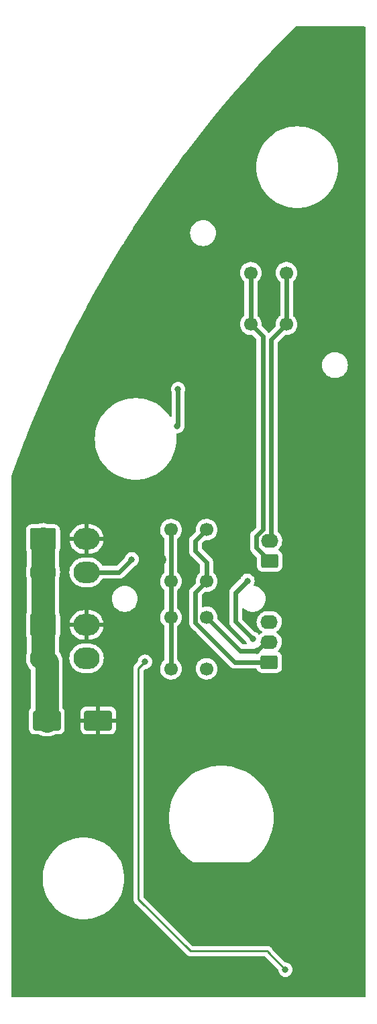
<source format=gbr>
%TF.GenerationSoftware,KiCad,Pcbnew,(6.0.9)*%
%TF.CreationDate,2023-04-01T14:47:23-08:00*%
%TF.ProjectId,MASTER ARM PANEL,4d415354-4552-4204-9152-4d2050414e45,3*%
%TF.SameCoordinates,Original*%
%TF.FileFunction,Copper,L2,Bot*%
%TF.FilePolarity,Positive*%
%FSLAX46Y46*%
G04 Gerber Fmt 4.6, Leading zero omitted, Abs format (unit mm)*
G04 Created by KiCad (PCBNEW (6.0.9)) date 2023-04-01 14:47:23*
%MOMM*%
%LPD*%
G01*
G04 APERTURE LIST*
G04 Aperture macros list*
%AMRoundRect*
0 Rectangle with rounded corners*
0 $1 Rounding radius*
0 $2 $3 $4 $5 $6 $7 $8 $9 X,Y pos of 4 corners*
0 Add a 4 corners polygon primitive as box body*
4,1,4,$2,$3,$4,$5,$6,$7,$8,$9,$2,$3,0*
0 Add four circle primitives for the rounded corners*
1,1,$1+$1,$2,$3*
1,1,$1+$1,$4,$5*
1,1,$1+$1,$6,$7*
1,1,$1+$1,$8,$9*
0 Add four rect primitives between the rounded corners*
20,1,$1+$1,$2,$3,$4,$5,0*
20,1,$1+$1,$4,$5,$6,$7,0*
20,1,$1+$1,$6,$7,$8,$9,0*
20,1,$1+$1,$8,$9,$2,$3,0*%
G04 Aperture macros list end*
%TA.AperFunction,ComponentPad*%
%ADD10C,1.700000*%
%TD*%
%TA.AperFunction,SMDPad,CuDef*%
%ADD11RoundRect,0.250000X-1.500000X-1.000000X1.500000X-1.000000X1.500000X1.000000X-1.500000X1.000000X0*%
%TD*%
%TA.AperFunction,ComponentPad*%
%ADD12RoundRect,0.250001X-1.399999X1.099999X-1.399999X-1.099999X1.399999X-1.099999X1.399999X1.099999X0*%
%TD*%
%TA.AperFunction,ComponentPad*%
%ADD13O,3.300000X2.700000*%
%TD*%
%TA.AperFunction,ComponentPad*%
%ADD14RoundRect,0.250000X0.845000X-0.620000X0.845000X0.620000X-0.845000X0.620000X-0.845000X-0.620000X0*%
%TD*%
%TA.AperFunction,ComponentPad*%
%ADD15O,2.190000X1.740000*%
%TD*%
%TA.AperFunction,ViaPad*%
%ADD16C,0.800000*%
%TD*%
%TA.AperFunction,ViaPad*%
%ADD17C,1.500000*%
%TD*%
%TA.AperFunction,Conductor*%
%ADD18C,0.609600*%
%TD*%
%TA.AperFunction,Conductor*%
%ADD19C,3.000000*%
%TD*%
%TA.AperFunction,Conductor*%
%ADD20C,0.250000*%
%TD*%
G04 APERTURE END LIST*
D10*
%TO.P,SW2,1,1*%
%TO.N,/AA_SW*%
X78701900Y13677900D03*
%TO.P,SW2,2,2*%
X78701900Y7177900D03*
%TO.P,SW2,3*%
%TO.N,N/C*%
X74201900Y13677900D03*
%TO.P,SW2,4*%
X74201900Y7177900D03*
%TD*%
%TO.P,SW3,1,1*%
%TO.N,/AG_SW*%
X78701900Y2628900D03*
%TO.P,SW3,2,2*%
X78701900Y-3871100D03*
%TO.P,SW3,3*%
%TO.N,N/C*%
X74201900Y2628900D03*
%TO.P,SW3,4*%
X74201900Y-3871100D03*
%TD*%
%TO.P,SW1,1,1*%
%TO.N,/READY_SW*%
X84289900Y39585900D03*
%TO.P,SW1,2,2*%
X84289900Y46085900D03*
%TO.P,SW1,3*%
%TO.N,N/C*%
X88789900Y39585900D03*
%TO.P,SW1,4*%
X88789900Y46085900D03*
%TD*%
D11*
%TO.P,C1,1*%
%TO.N,/LED+5V*%
X58524000Y-10399520D03*
%TO.P,C1,2*%
%TO.N,/LEDGND*%
X65024000Y-10399520D03*
%TD*%
D12*
%TO.P,J1,1,Pin_1*%
%TO.N,/LED+5V*%
X58049520Y1650480D03*
D13*
%TO.P,J1,2,Pin_2*%
X58049520Y-2549520D03*
%TO.P,J1,3,Pin_3*%
%TO.N,/LEDGND*%
X63549520Y1650480D03*
%TO.P,J1,4,Pin_4*%
%TO.N,/DATAIN*%
X63549520Y-2549520D03*
%TD*%
D12*
%TO.P,J2,1,Pin_1*%
%TO.N,/LED+5V*%
X58049520Y12499980D03*
D13*
%TO.P,J2,2,Pin_2*%
X58049520Y8299980D03*
%TO.P,J2,3,Pin_3*%
%TO.N,/LEDGND*%
X63549520Y12499980D03*
%TO.P,J2,4,Pin_4*%
%TO.N,/DATAOUT*%
X63549520Y8299980D03*
%TD*%
D14*
%TO.P,J3,1,Pin_1*%
%TO.N,/READY_SW*%
X86648400Y9757900D03*
D15*
%TO.P,J3,2,Pin_2*%
%TO.N,GND*%
X86648400Y12297900D03*
%TD*%
D14*
%TO.P,J4,1,Pin_1*%
%TO.N,/AA_SW*%
X86614000Y-3048000D03*
D15*
%TO.P,J4,2,Pin_2*%
%TO.N,/AG_SW*%
X86614000Y-508000D03*
%TO.P,J4,3,Pin_3*%
%TO.N,GND*%
X86614000Y2032000D03*
%TD*%
D16*
%TO.N,/DATAOUT*%
X69253100Y9918700D03*
D17*
%TO.N,/LEDGND*%
X83698400Y19557900D03*
X96798400Y-43042100D03*
X63726520Y18536020D03*
X72897090Y9870715D03*
X63398400Y26557900D03*
X94298400Y7057900D03*
X87198400Y-13142100D03*
X95348400Y-25992100D03*
X85001100Y49898300D03*
X95374520Y-17568220D03*
X83221520Y-36415220D03*
X76748400Y26007900D03*
X77266520Y17926020D03*
X95769520Y18179020D03*
X77348400Y-43142100D03*
X82848400Y37607900D03*
X76798400Y357900D03*
X71558980Y-24231520D03*
X93740880Y27000380D03*
X95348400Y-34742100D03*
X94248400Y-4592100D03*
X85148400Y-43142100D03*
X79548400Y11007900D03*
X69509400Y368900D03*
X69833820Y-43027520D03*
X61762980Y-43077520D03*
D16*
%TO.N,/LED+5V*%
X74998400Y26757900D03*
X75098400Y31407900D03*
%TO.N,Net-(D27-Pad2)*%
X70929500Y-2984500D03*
X88648400Y-41842100D03*
%TO.N,GND*%
X84571900Y-131100D03*
X83850150Y7209650D03*
%TO.N,/AG_SW*%
X85054616Y-1628333D03*
%TD*%
D18*
%TO.N,/DATAOUT*%
X67634380Y8299980D02*
X69253100Y9918700D01*
X63549520Y8299980D02*
X67634380Y8299980D01*
%TO.N,/LED+5V*%
X75098400Y26857900D02*
X74998400Y26757900D01*
D19*
X58049520Y1650480D02*
X58049520Y8299980D01*
X58049520Y8299980D02*
X58049520Y12499980D01*
D18*
X75098400Y31407900D02*
X75098400Y26857900D01*
D19*
X58524000Y-10399520D02*
X58524000Y-3024000D01*
X58049520Y-2549520D02*
X58049520Y1650480D01*
X58524000Y-3024000D02*
X58049520Y-2549520D01*
D20*
%TO.N,Net-(D27-Pad2)*%
X70098400Y-32942100D02*
X70098400Y-3815600D01*
X88648400Y-41842100D02*
X86398400Y-39592100D01*
X86398400Y-39592100D02*
X86398400Y-39492100D01*
X70098400Y-3815600D02*
X70929500Y-2984500D01*
X86398400Y-39492100D02*
X76648400Y-39492100D01*
X76648400Y-39492100D02*
X70098400Y-32942100D01*
D18*
%TO.N,GND*%
X74201900Y7177900D02*
X74201900Y13677900D01*
X88789900Y39585900D02*
X86829900Y37625900D01*
X86829900Y12479400D02*
X86648400Y12297900D01*
X74201900Y7177900D02*
X74201900Y2628900D01*
X82360716Y2080084D02*
X84571900Y-131100D01*
X83850150Y7209650D02*
X82360716Y5720216D01*
X86829900Y37625900D02*
X86829900Y12479400D01*
X88789900Y39585900D02*
X88789900Y46085900D01*
X74201900Y2628900D02*
X74201900Y-3871100D01*
X82360716Y5720216D02*
X82360716Y2080084D01*
%TO.N,/READY_SW*%
X84289900Y39585900D02*
X84289900Y46085900D01*
X84998590Y12888075D02*
X84998590Y11407710D01*
X85788790Y38087010D02*
X85788790Y13678275D01*
X84998590Y11407710D02*
X86648400Y9757900D01*
X84289900Y39585900D02*
X85788790Y38087010D01*
X85788790Y13678275D02*
X84998590Y12888075D01*
%TO.N,/AA_SW*%
X78701900Y9578900D02*
X77291900Y10988900D01*
X77297099Y1954595D02*
X82299694Y-3048000D01*
X77291900Y12267900D02*
X78701900Y13677900D01*
X77297099Y5773099D02*
X77297099Y1954595D01*
X78701900Y7177900D02*
X78701900Y9578900D01*
X77291900Y10988900D02*
X77291900Y12267900D01*
X78701900Y7177900D02*
X77297099Y5773099D01*
X82299694Y-3048000D02*
X86614000Y-3048000D01*
%TO.N,/AG_SW*%
X78701900Y2628900D02*
X82959133Y-1628333D01*
X86174949Y-508000D02*
X85054616Y-1628333D01*
X86614000Y-508000D02*
X86174949Y-508000D01*
X82959133Y-1628333D02*
X85054616Y-1628333D01*
%TD*%
%TA.AperFunction,Conductor*%
%TO.N,/LEDGND*%
G36*
X98709521Y77157398D02*
G01*
X98756014Y77103742D01*
X98767400Y77051400D01*
X98767400Y-45187100D01*
X98747398Y-45255221D01*
X98693742Y-45301714D01*
X98641400Y-45313100D01*
X54190400Y-45313100D01*
X54122279Y-45293098D01*
X54075786Y-45239442D01*
X54064400Y-45187100D01*
X54064400Y-30332100D01*
X58002854Y-30332100D01*
X58022472Y-30781435D01*
X58081178Y-31227351D01*
X58178525Y-31666453D01*
X58313771Y-32095401D01*
X58485889Y-32510928D01*
X58693566Y-32909873D01*
X58802459Y-33080800D01*
X58932859Y-33285487D01*
X58935224Y-33289200D01*
X58936888Y-33291368D01*
X58936896Y-33291380D01*
X59207341Y-33643829D01*
X59209023Y-33646021D01*
X59210881Y-33648049D01*
X59210888Y-33648057D01*
X59511027Y-33975602D01*
X59512878Y-33977622D01*
X59514898Y-33979473D01*
X59842443Y-34279612D01*
X59842451Y-34279619D01*
X59844479Y-34281477D01*
X59846671Y-34283159D01*
X60199120Y-34553604D01*
X60199132Y-34553612D01*
X60201300Y-34555276D01*
X60580627Y-34796934D01*
X60979572Y-35004611D01*
X61395099Y-35176729D01*
X61668462Y-35262920D01*
X61821423Y-35311148D01*
X61821430Y-35311150D01*
X61824047Y-35311975D01*
X61826732Y-35312570D01*
X61826731Y-35312570D01*
X62260451Y-35408724D01*
X62260454Y-35408725D01*
X62263149Y-35409322D01*
X62265879Y-35409681D01*
X62265888Y-35409683D01*
X62486107Y-35438675D01*
X62709065Y-35468028D01*
X62977856Y-35479763D01*
X63041448Y-35482540D01*
X63041453Y-35482540D01*
X63042825Y-35482600D01*
X63273975Y-35482600D01*
X63275347Y-35482540D01*
X63275352Y-35482540D01*
X63338944Y-35479763D01*
X63607735Y-35468028D01*
X63830693Y-35438675D01*
X64050912Y-35409683D01*
X64050921Y-35409681D01*
X64053651Y-35409322D01*
X64056346Y-35408725D01*
X64056349Y-35408724D01*
X64490069Y-35312570D01*
X64490068Y-35312570D01*
X64492753Y-35311975D01*
X64495370Y-35311150D01*
X64495377Y-35311148D01*
X64648338Y-35262920D01*
X64921701Y-35176729D01*
X65337228Y-35004611D01*
X65736173Y-34796934D01*
X66115500Y-34555276D01*
X66117668Y-34553612D01*
X66117680Y-34553604D01*
X66470129Y-34283159D01*
X66472321Y-34281477D01*
X66474349Y-34279619D01*
X66474357Y-34279612D01*
X66801902Y-33979473D01*
X66803922Y-33977622D01*
X66805773Y-33975602D01*
X67105912Y-33648057D01*
X67105919Y-33648049D01*
X67107777Y-33646021D01*
X67109459Y-33643829D01*
X67379904Y-33291380D01*
X67379912Y-33291368D01*
X67381576Y-33289200D01*
X67383942Y-33285487D01*
X67514341Y-33080800D01*
X67623234Y-32909873D01*
X67830911Y-32510928D01*
X68003029Y-32095401D01*
X68138275Y-31666453D01*
X68235622Y-31227351D01*
X68294328Y-30781435D01*
X68313946Y-30332100D01*
X68294328Y-29882765D01*
X68235622Y-29436849D01*
X68138275Y-28997747D01*
X68003029Y-28568799D01*
X67830911Y-28153272D01*
X67623234Y-27754327D01*
X67381576Y-27375000D01*
X67379912Y-27372832D01*
X67379904Y-27372820D01*
X67109459Y-27020371D01*
X67107777Y-27018179D01*
X67105919Y-27016151D01*
X67105912Y-27016143D01*
X66805773Y-26688598D01*
X66803922Y-26686578D01*
X66594113Y-26494324D01*
X66474357Y-26384588D01*
X66474349Y-26384581D01*
X66472321Y-26382723D01*
X66470129Y-26381041D01*
X66117680Y-26110596D01*
X66117668Y-26110588D01*
X66115500Y-26108924D01*
X65736173Y-25867266D01*
X65337228Y-25659589D01*
X64921701Y-25487471D01*
X64648338Y-25401280D01*
X64495377Y-25353052D01*
X64495370Y-25353050D01*
X64492753Y-25352225D01*
X64408775Y-25333607D01*
X64056349Y-25255476D01*
X64056346Y-25255475D01*
X64053651Y-25254878D01*
X64050921Y-25254519D01*
X64050912Y-25254517D01*
X63830693Y-25225525D01*
X63607735Y-25196172D01*
X63338944Y-25184437D01*
X63275352Y-25181660D01*
X63275347Y-25181660D01*
X63273975Y-25181600D01*
X63042825Y-25181600D01*
X63041453Y-25181660D01*
X63041448Y-25181660D01*
X62977856Y-25184437D01*
X62709065Y-25196172D01*
X62486107Y-25225525D01*
X62265888Y-25254517D01*
X62265879Y-25254519D01*
X62263149Y-25254878D01*
X62260454Y-25255475D01*
X62260451Y-25255476D01*
X61908025Y-25333607D01*
X61824047Y-25352225D01*
X61821430Y-25353050D01*
X61821423Y-25353052D01*
X61668462Y-25401280D01*
X61395099Y-25487471D01*
X60979572Y-25659589D01*
X60580627Y-25867266D01*
X60201300Y-26108924D01*
X60199132Y-26110588D01*
X60199120Y-26110596D01*
X59846671Y-26381041D01*
X59844479Y-26382723D01*
X59842451Y-26384581D01*
X59842443Y-26384588D01*
X59722687Y-26494324D01*
X59512878Y-26686578D01*
X59511027Y-26688598D01*
X59210888Y-27016143D01*
X59210881Y-27016151D01*
X59209023Y-27018179D01*
X59207341Y-27020371D01*
X58936896Y-27372820D01*
X58936888Y-27372832D01*
X58935224Y-27375000D01*
X58693566Y-27754327D01*
X58485889Y-28153272D01*
X58313771Y-28568799D01*
X58178525Y-28997747D01*
X58081178Y-29436849D01*
X58022472Y-29882765D01*
X58002854Y-30332100D01*
X54064400Y-30332100D01*
X54064400Y-2591797D01*
X55886529Y-2591797D01*
X55912145Y-2860289D01*
X55913230Y-2864723D01*
X55913231Y-2864729D01*
X55964268Y-3073301D01*
X55976251Y-3122270D01*
X56077505Y-3372253D01*
X56213785Y-3605002D01*
X56301899Y-3715183D01*
X56368294Y-3798205D01*
X56382236Y-3815639D01*
X56452528Y-3881302D01*
X56475512Y-3902773D01*
X56511638Y-3963891D01*
X56515500Y-3994848D01*
X56515500Y-8783127D01*
X56495498Y-8851248D01*
X56478673Y-8872145D01*
X56424695Y-8926217D01*
X56331885Y-9076782D01*
X56276203Y-9244659D01*
X56265500Y-9349120D01*
X56265500Y-11449920D01*
X56265837Y-11453166D01*
X56265837Y-11453170D01*
X56275752Y-11548726D01*
X56276474Y-11555686D01*
X56332450Y-11723466D01*
X56425522Y-11873868D01*
X56550697Y-11998825D01*
X56556927Y-12002665D01*
X56556928Y-12002666D01*
X56694288Y-12087336D01*
X56701262Y-12091635D01*
X56781005Y-12118084D01*
X56862611Y-12145152D01*
X56862613Y-12145152D01*
X56869139Y-12147317D01*
X56875975Y-12148017D01*
X56875978Y-12148018D01*
X56919031Y-12152429D01*
X56973600Y-12158020D01*
X57519050Y-12158020D01*
X57582049Y-12174901D01*
X57641381Y-12209156D01*
X57901824Y-12314382D01*
X57906097Y-12315447D01*
X57906099Y-12315448D01*
X58170107Y-12381273D01*
X58170112Y-12381274D01*
X58174376Y-12382337D01*
X58178744Y-12382796D01*
X58178749Y-12382797D01*
X58449364Y-12411239D01*
X58449367Y-12411239D01*
X58453733Y-12411698D01*
X58458121Y-12411545D01*
X58458127Y-12411545D01*
X58730061Y-12402049D01*
X58730067Y-12402048D01*
X58734458Y-12401895D01*
X58738781Y-12401133D01*
X58738788Y-12401132D01*
X58914494Y-12370150D01*
X59011087Y-12353118D01*
X59278235Y-12266317D01*
X59282188Y-12264389D01*
X59282193Y-12264387D01*
X59474131Y-12170772D01*
X59529366Y-12158020D01*
X60074400Y-12158020D01*
X60077646Y-12157683D01*
X60077650Y-12157683D01*
X60173308Y-12147758D01*
X60173312Y-12147757D01*
X60180166Y-12147046D01*
X60186702Y-12144865D01*
X60186704Y-12144865D01*
X60318806Y-12100792D01*
X60347946Y-12091070D01*
X60498348Y-11997998D01*
X60623305Y-11872823D01*
X60716115Y-11722258D01*
X60771797Y-11554381D01*
X60782500Y-11449920D01*
X60782500Y-11446615D01*
X62766001Y-11446615D01*
X62766338Y-11453134D01*
X62776257Y-11548726D01*
X62779149Y-11562120D01*
X62830588Y-11716304D01*
X62836761Y-11729482D01*
X62922063Y-11867327D01*
X62931099Y-11878728D01*
X63045829Y-11993259D01*
X63057240Y-12002271D01*
X63195243Y-12087336D01*
X63208424Y-12093483D01*
X63362710Y-12144658D01*
X63376086Y-12147525D01*
X63470438Y-12157192D01*
X63476854Y-12157520D01*
X64751885Y-12157520D01*
X64767124Y-12153045D01*
X64768329Y-12151655D01*
X64770000Y-12143972D01*
X64770000Y-12139404D01*
X65278000Y-12139404D01*
X65282475Y-12154643D01*
X65283865Y-12155848D01*
X65291548Y-12157519D01*
X66571095Y-12157519D01*
X66577614Y-12157182D01*
X66673206Y-12147263D01*
X66686600Y-12144371D01*
X66840784Y-12092932D01*
X66853962Y-12086759D01*
X66991807Y-12001457D01*
X67003208Y-11992421D01*
X67117739Y-11877691D01*
X67126751Y-11866280D01*
X67211816Y-11728277D01*
X67217963Y-11715096D01*
X67269138Y-11560810D01*
X67272005Y-11547434D01*
X67281672Y-11453082D01*
X67282000Y-11446666D01*
X67282000Y-10671635D01*
X67277525Y-10656396D01*
X67276135Y-10655191D01*
X67268452Y-10653520D01*
X65296115Y-10653520D01*
X65280876Y-10657995D01*
X65279671Y-10659385D01*
X65278000Y-10667068D01*
X65278000Y-12139404D01*
X64770000Y-12139404D01*
X64770000Y-10671635D01*
X64765525Y-10656396D01*
X64764135Y-10655191D01*
X64756452Y-10653520D01*
X62784116Y-10653520D01*
X62768877Y-10657995D01*
X62767672Y-10659385D01*
X62766001Y-10667068D01*
X62766001Y-11446615D01*
X60782500Y-11446615D01*
X60782500Y-10127405D01*
X62766000Y-10127405D01*
X62770475Y-10142644D01*
X62771865Y-10143849D01*
X62779548Y-10145520D01*
X64751885Y-10145520D01*
X64767124Y-10141045D01*
X64768329Y-10139655D01*
X64770000Y-10131972D01*
X64770000Y-10127405D01*
X65278000Y-10127405D01*
X65282475Y-10142644D01*
X65283865Y-10143849D01*
X65291548Y-10145520D01*
X67263884Y-10145520D01*
X67279123Y-10141045D01*
X67280328Y-10139655D01*
X67281999Y-10131972D01*
X67281999Y-9352425D01*
X67281662Y-9345906D01*
X67271743Y-9250314D01*
X67268851Y-9236920D01*
X67217412Y-9082736D01*
X67211239Y-9069558D01*
X67125937Y-8931713D01*
X67116901Y-8920312D01*
X67002171Y-8805781D01*
X66990760Y-8796769D01*
X66852757Y-8711704D01*
X66839576Y-8705557D01*
X66685290Y-8654382D01*
X66671914Y-8651515D01*
X66577562Y-8641848D01*
X66571145Y-8641520D01*
X65296115Y-8641520D01*
X65280876Y-8645995D01*
X65279671Y-8647385D01*
X65278000Y-8655068D01*
X65278000Y-10127405D01*
X64770000Y-10127405D01*
X64770000Y-8659636D01*
X64765525Y-8644397D01*
X64764135Y-8643192D01*
X64756452Y-8641521D01*
X63476905Y-8641521D01*
X63470386Y-8641858D01*
X63374794Y-8651777D01*
X63361400Y-8654669D01*
X63207216Y-8706108D01*
X63194038Y-8712281D01*
X63056193Y-8797583D01*
X63044792Y-8806619D01*
X62930261Y-8921349D01*
X62921249Y-8932760D01*
X62836184Y-9070763D01*
X62830037Y-9083944D01*
X62778862Y-9238230D01*
X62775995Y-9251606D01*
X62766328Y-9345958D01*
X62766000Y-9352375D01*
X62766000Y-10127405D01*
X60782500Y-10127405D01*
X60782500Y-9349120D01*
X60782163Y-9345870D01*
X60772238Y-9250212D01*
X60772237Y-9250208D01*
X60771526Y-9243354D01*
X60715550Y-9075574D01*
X60622478Y-8925172D01*
X60569482Y-8872268D01*
X60535403Y-8809985D01*
X60532500Y-8783095D01*
X60532500Y-3079895D01*
X60532673Y-3073301D01*
X60536868Y-2993259D01*
X60536868Y-2993253D01*
X60537098Y-2988862D01*
X60526479Y-2867486D01*
X60526307Y-2865293D01*
X60518118Y-2748173D01*
X60518117Y-2748167D01*
X60517811Y-2743788D01*
X60515753Y-2734107D01*
X60513481Y-2718900D01*
X60513002Y-2713425D01*
X60513000Y-2713412D01*
X60512617Y-2709034D01*
X60511628Y-2704748D01*
X60485551Y-2591797D01*
X61386529Y-2591797D01*
X61412145Y-2860289D01*
X61413230Y-2864723D01*
X61413231Y-2864729D01*
X61464268Y-3073301D01*
X61476251Y-3122270D01*
X61577505Y-3372253D01*
X61713785Y-3605002D01*
X61801899Y-3715183D01*
X61868294Y-3798205D01*
X61882236Y-3815639D01*
X62079329Y-3999754D01*
X62300936Y-4153488D01*
X62305019Y-4155519D01*
X62305022Y-4155521D01*
X62312355Y-4159169D01*
X62542414Y-4273621D01*
X62546748Y-4275042D01*
X62546751Y-4275043D01*
X62794373Y-4356218D01*
X62794379Y-4356219D01*
X62798706Y-4357638D01*
X62803197Y-4358418D01*
X62803198Y-4358418D01*
X63060660Y-4403121D01*
X63060668Y-4403122D01*
X63064441Y-4403777D01*
X63068278Y-4403968D01*
X63148098Y-4407942D01*
X63148106Y-4407942D01*
X63149669Y-4408020D01*
X63918032Y-4408020D01*
X63920300Y-4407855D01*
X63920312Y-4407855D01*
X64051404Y-4398343D01*
X64118524Y-4393473D01*
X64122979Y-4392489D01*
X64122982Y-4392489D01*
X64377432Y-4336311D01*
X64377436Y-4336310D01*
X64381892Y-4335326D01*
X64531251Y-4278739D01*
X64629838Y-4241388D01*
X64629841Y-4241387D01*
X64634108Y-4239770D01*
X64811382Y-4141303D01*
X64865895Y-4111024D01*
X64865896Y-4111023D01*
X64869888Y-4108806D01*
X65084293Y-3945177D01*
X65088369Y-3941008D01*
X65230571Y-3795543D01*
X69460180Y-3795543D01*
X69460926Y-3803435D01*
X69464341Y-3839561D01*
X69464900Y-3851419D01*
X69464900Y-32863333D01*
X69464373Y-32874516D01*
X69462698Y-32882009D01*
X69462947Y-32889935D01*
X69462947Y-32889936D01*
X69464838Y-32950086D01*
X69464900Y-32954045D01*
X69464900Y-32981956D01*
X69465397Y-32985890D01*
X69465397Y-32985891D01*
X69465405Y-32985956D01*
X69466338Y-32997793D01*
X69467727Y-33041989D01*
X69473378Y-33061439D01*
X69477387Y-33080800D01*
X69479926Y-33100897D01*
X69482845Y-33108268D01*
X69482845Y-33108270D01*
X69496204Y-33142012D01*
X69500049Y-33153242D01*
X69512382Y-33195693D01*
X69516415Y-33202512D01*
X69516417Y-33202517D01*
X69522693Y-33213128D01*
X69531388Y-33230876D01*
X69538848Y-33249717D01*
X69543510Y-33256133D01*
X69543510Y-33256134D01*
X69564836Y-33285487D01*
X69571352Y-33295407D01*
X69593858Y-33333462D01*
X69608179Y-33347783D01*
X69621019Y-33362816D01*
X69632928Y-33379207D01*
X69639034Y-33384258D01*
X69667005Y-33407398D01*
X69675784Y-33415388D01*
X76144748Y-39884353D01*
X76152288Y-39892639D01*
X76156400Y-39899118D01*
X76162177Y-39904543D01*
X76206051Y-39945743D01*
X76208893Y-39948498D01*
X76228630Y-39968235D01*
X76231827Y-39970715D01*
X76240847Y-39978418D01*
X76273079Y-40008686D01*
X76280025Y-40012505D01*
X76280028Y-40012507D01*
X76290834Y-40018448D01*
X76307353Y-40029299D01*
X76323359Y-40041714D01*
X76330628Y-40044859D01*
X76330632Y-40044862D01*
X76363937Y-40059274D01*
X76374587Y-40064491D01*
X76413340Y-40085795D01*
X76421015Y-40087766D01*
X76421016Y-40087766D01*
X76432962Y-40090833D01*
X76451667Y-40097237D01*
X76470255Y-40105281D01*
X76478078Y-40106520D01*
X76478088Y-40106523D01*
X76513924Y-40112199D01*
X76525544Y-40114605D01*
X76560689Y-40123628D01*
X76568370Y-40125600D01*
X76588624Y-40125600D01*
X76608334Y-40127151D01*
X76628343Y-40130320D01*
X76636235Y-40129574D01*
X76672361Y-40126159D01*
X76684219Y-40125600D01*
X85983806Y-40125600D01*
X86051927Y-40145602D01*
X86072901Y-40162505D01*
X87701278Y-41790882D01*
X87735304Y-41853194D01*
X87737492Y-41866803D01*
X87754858Y-42032028D01*
X87813873Y-42213656D01*
X87909360Y-42379044D01*
X88037147Y-42520966D01*
X88191648Y-42633218D01*
X88197676Y-42635902D01*
X88197678Y-42635903D01*
X88360081Y-42708209D01*
X88366112Y-42710894D01*
X88459512Y-42730747D01*
X88546456Y-42749228D01*
X88546461Y-42749228D01*
X88552913Y-42750600D01*
X88743887Y-42750600D01*
X88750339Y-42749228D01*
X88750344Y-42749228D01*
X88837288Y-42730747D01*
X88930688Y-42710894D01*
X88936719Y-42708209D01*
X89099122Y-42635903D01*
X89099124Y-42635902D01*
X89105152Y-42633218D01*
X89259653Y-42520966D01*
X89387440Y-42379044D01*
X89482927Y-42213656D01*
X89541942Y-42032028D01*
X89561904Y-41842100D01*
X89541942Y-41652172D01*
X89482927Y-41470544D01*
X89387440Y-41305156D01*
X89259653Y-41163234D01*
X89105152Y-41050982D01*
X89099124Y-41048298D01*
X89099122Y-41048297D01*
X88936719Y-40975991D01*
X88936718Y-40975991D01*
X88930688Y-40973306D01*
X88837287Y-40953453D01*
X88750344Y-40934972D01*
X88750339Y-40934972D01*
X88743887Y-40933600D01*
X88687994Y-40933600D01*
X88619873Y-40913598D01*
X88598899Y-40896695D01*
X87816810Y-40114605D01*
X87023417Y-39321212D01*
X86992679Y-39271053D01*
X86989629Y-39261667D01*
X86976164Y-39220225D01*
X86971914Y-39213528D01*
X86971750Y-39213269D01*
X86960985Y-39192142D01*
X86960871Y-39191854D01*
X86960868Y-39191849D01*
X86957952Y-39184483D01*
X86953296Y-39178075D01*
X86953293Y-39178069D01*
X86924942Y-39139048D01*
X86920492Y-39132501D01*
X86890400Y-39085082D01*
X86884393Y-39079441D01*
X86868712Y-39061654D01*
X86868534Y-39061409D01*
X86868532Y-39061407D01*
X86863872Y-39054993D01*
X86857762Y-39049938D01*
X86820604Y-39019197D01*
X86814670Y-39013966D01*
X86779502Y-38980942D01*
X86779499Y-38980940D01*
X86773721Y-38975514D01*
X86766497Y-38971542D01*
X86746894Y-38958219D01*
X86746654Y-38958020D01*
X86746647Y-38958016D01*
X86740544Y-38952967D01*
X86689724Y-38929053D01*
X86682692Y-38925471D01*
X86633460Y-38898405D01*
X86625785Y-38896435D01*
X86625779Y-38896432D01*
X86625481Y-38896356D01*
X86603172Y-38888324D01*
X86602897Y-38888194D01*
X86602889Y-38888191D01*
X86595718Y-38884817D01*
X86540551Y-38874294D01*
X86532842Y-38872571D01*
X86498849Y-38863843D01*
X86486107Y-38860571D01*
X86486106Y-38860571D01*
X86478430Y-38858600D01*
X86470193Y-38858600D01*
X86446584Y-38856368D01*
X86446281Y-38856310D01*
X86446277Y-38856310D01*
X86438494Y-38854825D01*
X86382449Y-38858351D01*
X86374538Y-38858600D01*
X76962994Y-38858600D01*
X76894873Y-38838598D01*
X76873899Y-38821695D01*
X70768805Y-32716600D01*
X70734779Y-32654288D01*
X70731900Y-32627505D01*
X70731900Y-22693756D01*
X73934064Y-22693756D01*
X73934151Y-22696161D01*
X73934151Y-22696168D01*
X73951340Y-23171204D01*
X73952348Y-23199063D01*
X74009207Y-23701494D01*
X74009658Y-23703852D01*
X74009659Y-23703855D01*
X74081997Y-24081595D01*
X74104309Y-24198107D01*
X74104943Y-24200437D01*
X74104945Y-24200445D01*
X74236460Y-24683657D01*
X74237097Y-24685997D01*
X74406795Y-25162308D01*
X74612409Y-25624252D01*
X74852736Y-26069125D01*
X74854028Y-26071133D01*
X74854030Y-26071136D01*
X75125071Y-26492308D01*
X75125079Y-26492319D01*
X75126369Y-26494324D01*
X75127821Y-26496240D01*
X75373565Y-26820616D01*
X75431706Y-26897361D01*
X75433311Y-26899173D01*
X75765352Y-27274060D01*
X75765359Y-27274068D01*
X75766961Y-27275876D01*
X76130172Y-27627653D01*
X76132024Y-27629191D01*
X76132029Y-27629195D01*
X76285703Y-27756775D01*
X76519212Y-27950635D01*
X76730528Y-28100339D01*
X76913695Y-28230102D01*
X76917890Y-28233238D01*
X76921169Y-28236261D01*
X76930180Y-28242299D01*
X76930270Y-28242378D01*
X76930365Y-28242423D01*
X76931597Y-28243248D01*
X76997255Y-28273827D01*
X77062119Y-28304281D01*
X77062906Y-28304404D01*
X77063637Y-28304744D01*
X77072258Y-28306059D01*
X77076087Y-28306643D01*
X77134961Y-28315623D01*
X77172705Y-28321500D01*
X77173357Y-28321500D01*
X77173900Y-28321562D01*
X77207629Y-28326707D01*
X77238188Y-28322615D01*
X77254910Y-28321500D01*
X83824138Y-28321500D01*
X83843907Y-28323061D01*
X83866618Y-28326669D01*
X83875519Y-28325533D01*
X83875521Y-28325533D01*
X83884409Y-28324398D01*
X83904415Y-28321845D01*
X83907887Y-28321500D01*
X83910995Y-28321500D01*
X83941814Y-28317086D01*
X83943681Y-28316834D01*
X83962748Y-28314400D01*
X84011104Y-28308229D01*
X84014740Y-28306643D01*
X84018669Y-28306080D01*
X84026283Y-28302618D01*
X84026286Y-28302617D01*
X84080495Y-28277969D01*
X84082258Y-28277183D01*
X84090158Y-28273736D01*
X84144607Y-28249979D01*
X84151033Y-28245897D01*
X84151264Y-28245792D01*
X84151449Y-28245633D01*
X84155203Y-28243248D01*
X84156124Y-28242440D01*
X84158455Y-28241569D01*
X84157942Y-28240844D01*
X84173105Y-28230102D01*
X84567588Y-27950635D01*
X84801098Y-27756775D01*
X84954771Y-27629195D01*
X84954776Y-27629191D01*
X84956628Y-27627653D01*
X85319839Y-27275876D01*
X85321441Y-27274068D01*
X85321448Y-27274060D01*
X85653489Y-26899173D01*
X85655094Y-26897361D01*
X85713236Y-26820616D01*
X85958979Y-26496240D01*
X85960431Y-26494324D01*
X85961721Y-26492319D01*
X85961729Y-26492308D01*
X86232770Y-26071136D01*
X86232772Y-26071133D01*
X86234064Y-26069125D01*
X86474391Y-25624252D01*
X86680005Y-25162308D01*
X86849703Y-24685997D01*
X86850340Y-24683657D01*
X86981855Y-24200445D01*
X86981857Y-24200437D01*
X86982491Y-24198107D01*
X87004804Y-24081595D01*
X87077141Y-23703855D01*
X87077142Y-23703852D01*
X87077593Y-23701494D01*
X87134452Y-23199063D01*
X87135460Y-23171204D01*
X87152649Y-22696168D01*
X87152649Y-22696161D01*
X87152736Y-22693756D01*
X87132336Y-22188531D01*
X87073373Y-21686343D01*
X86976191Y-21190132D01*
X86841360Y-20702803D01*
X86669668Y-20227207D01*
X86462121Y-19766128D01*
X86219932Y-19322266D01*
X85944521Y-18898216D01*
X85637497Y-18496463D01*
X85300660Y-18119356D01*
X84935979Y-17769103D01*
X84934123Y-17767575D01*
X84934116Y-17767569D01*
X84547457Y-17449291D01*
X84545589Y-17447753D01*
X84131776Y-17157189D01*
X84129722Y-17155970D01*
X84129716Y-17155966D01*
X83699035Y-16900340D01*
X83696961Y-16899109D01*
X83243688Y-16675026D01*
X82774612Y-16486250D01*
X82292476Y-16333885D01*
X81800104Y-16218825D01*
X81520724Y-16175731D01*
X81302771Y-16142111D01*
X81302764Y-16142110D01*
X81300377Y-16141742D01*
X81151275Y-16130310D01*
X80798637Y-16103272D01*
X80798627Y-16103272D01*
X80796219Y-16103087D01*
X80290581Y-16103087D01*
X80288173Y-16103272D01*
X80288163Y-16103272D01*
X79935525Y-16130310D01*
X79786423Y-16141742D01*
X79784036Y-16142110D01*
X79784029Y-16142111D01*
X79566076Y-16175731D01*
X79286696Y-16218825D01*
X78794324Y-16333885D01*
X78312188Y-16486250D01*
X77843112Y-16675026D01*
X77389839Y-16899109D01*
X77387765Y-16900340D01*
X76957084Y-17155966D01*
X76957078Y-17155970D01*
X76955024Y-17157189D01*
X76541211Y-17447753D01*
X76539343Y-17449291D01*
X76152684Y-17767569D01*
X76152677Y-17767575D01*
X76150821Y-17769103D01*
X75786140Y-18119356D01*
X75449303Y-18496463D01*
X75142279Y-18898216D01*
X74866868Y-19322266D01*
X74624679Y-19766128D01*
X74417132Y-20227207D01*
X74245440Y-20702803D01*
X74110609Y-21190132D01*
X74013427Y-21686343D01*
X73954464Y-22188531D01*
X73934064Y-22693756D01*
X70731900Y-22693756D01*
X70731900Y-4130194D01*
X70751902Y-4062073D01*
X70768805Y-4041099D01*
X70879999Y-3929905D01*
X70942311Y-3895879D01*
X70969094Y-3893000D01*
X71024987Y-3893000D01*
X71031439Y-3891628D01*
X71031444Y-3891628D01*
X71128018Y-3871100D01*
X71211788Y-3853294D01*
X71219708Y-3849768D01*
X71246600Y-3837795D01*
X72839151Y-3837795D01*
X72839448Y-3842948D01*
X72839448Y-3842951D01*
X72847569Y-3983791D01*
X72852010Y-4060815D01*
X72853147Y-4065861D01*
X72853148Y-4065867D01*
X72871316Y-4146483D01*
X72901122Y-4278739D01*
X72985166Y-4485716D01*
X73101887Y-4676188D01*
X73248150Y-4845038D01*
X73420026Y-4987732D01*
X73612900Y-5100438D01*
X73821592Y-5180130D01*
X73826660Y-5181161D01*
X73826663Y-5181162D01*
X73933917Y-5202983D01*
X74040497Y-5224667D01*
X74045672Y-5224857D01*
X74045674Y-5224857D01*
X74258573Y-5232664D01*
X74258577Y-5232664D01*
X74263737Y-5232853D01*
X74268857Y-5232197D01*
X74268859Y-5232197D01*
X74480188Y-5205125D01*
X74480189Y-5205125D01*
X74485316Y-5204468D01*
X74490266Y-5202983D01*
X74694329Y-5141761D01*
X74694334Y-5141759D01*
X74699284Y-5140274D01*
X74899894Y-5041996D01*
X75081760Y-4912273D01*
X75239996Y-4754589D01*
X75299494Y-4671789D01*
X75367335Y-4577377D01*
X75370353Y-4573177D01*
X75443012Y-4426163D01*
X75467036Y-4377553D01*
X75467037Y-4377551D01*
X75469330Y-4372911D01*
X75509290Y-4241388D01*
X75532765Y-4164123D01*
X75532765Y-4164121D01*
X75534270Y-4159169D01*
X75563429Y-3937690D01*
X75564521Y-3893000D01*
X75564974Y-3874465D01*
X75564974Y-3874461D01*
X75565056Y-3871100D01*
X75562318Y-3837795D01*
X77339151Y-3837795D01*
X77339448Y-3842948D01*
X77339448Y-3842951D01*
X77347569Y-3983791D01*
X77352010Y-4060815D01*
X77353147Y-4065861D01*
X77353148Y-4065867D01*
X77371316Y-4146483D01*
X77401122Y-4278739D01*
X77485166Y-4485716D01*
X77601887Y-4676188D01*
X77748150Y-4845038D01*
X77920026Y-4987732D01*
X78112900Y-5100438D01*
X78321592Y-5180130D01*
X78326660Y-5181161D01*
X78326663Y-5181162D01*
X78433917Y-5202983D01*
X78540497Y-5224667D01*
X78545672Y-5224857D01*
X78545674Y-5224857D01*
X78758573Y-5232664D01*
X78758577Y-5232664D01*
X78763737Y-5232853D01*
X78768857Y-5232197D01*
X78768859Y-5232197D01*
X78980188Y-5205125D01*
X78980189Y-5205125D01*
X78985316Y-5204468D01*
X78990266Y-5202983D01*
X79194329Y-5141761D01*
X79194334Y-5141759D01*
X79199284Y-5140274D01*
X79399894Y-5041996D01*
X79581760Y-4912273D01*
X79739996Y-4754589D01*
X79799494Y-4671789D01*
X79867335Y-4577377D01*
X79870353Y-4573177D01*
X79943012Y-4426163D01*
X79967036Y-4377553D01*
X79967037Y-4377551D01*
X79969330Y-4372911D01*
X80009290Y-4241388D01*
X80032765Y-4164123D01*
X80032765Y-4164121D01*
X80034270Y-4159169D01*
X80063429Y-3937690D01*
X80064521Y-3893000D01*
X80064974Y-3874465D01*
X80064974Y-3874461D01*
X80065056Y-3871100D01*
X80046752Y-3648461D01*
X79992331Y-3431802D01*
X79903254Y-3226940D01*
X79832669Y-3117832D01*
X79784722Y-3043717D01*
X79784720Y-3043714D01*
X79781914Y-3039377D01*
X79631570Y-2874151D01*
X79627516Y-2870949D01*
X79627515Y-2870948D01*
X79460314Y-2738900D01*
X79460310Y-2738898D01*
X79456259Y-2735698D01*
X79425830Y-2718900D01*
X79400193Y-2704748D01*
X79260689Y-2627738D01*
X79255820Y-2626014D01*
X79255816Y-2626012D01*
X79054987Y-2554895D01*
X79054983Y-2554894D01*
X79050112Y-2553169D01*
X79045019Y-2552262D01*
X79045016Y-2552261D01*
X78835273Y-2514900D01*
X78835267Y-2514899D01*
X78830184Y-2513994D01*
X78756352Y-2513092D01*
X78611981Y-2511328D01*
X78611979Y-2511328D01*
X78606811Y-2511265D01*
X78385991Y-2545055D01*
X78173656Y-2614457D01*
X78143343Y-2630237D01*
X77983541Y-2713425D01*
X77975507Y-2717607D01*
X77971374Y-2720710D01*
X77971371Y-2720712D01*
X77838254Y-2820659D01*
X77796865Y-2851735D01*
X77642529Y-3013238D01*
X77516643Y-3197780D01*
X77500903Y-3231690D01*
X77434530Y-3374679D01*
X77422588Y-3400405D01*
X77362889Y-3615670D01*
X77339151Y-3837795D01*
X75562318Y-3837795D01*
X75546752Y-3648461D01*
X75492331Y-3431802D01*
X75403254Y-3226940D01*
X75332669Y-3117832D01*
X75284722Y-3043717D01*
X75284720Y-3043714D01*
X75281914Y-3039377D01*
X75131570Y-2874151D01*
X75063107Y-2820082D01*
X75022045Y-2762166D01*
X75015200Y-2721201D01*
X75015200Y1475356D01*
X75035202Y1543477D01*
X75068028Y1577932D01*
X75081760Y1587727D01*
X75239996Y1745411D01*
X75292899Y1819033D01*
X75367335Y1922623D01*
X75370353Y1926823D01*
X75469330Y2127089D01*
X75534270Y2340831D01*
X75563429Y2562310D01*
X75565056Y2628900D01*
X75546752Y2851539D01*
X75492331Y3068198D01*
X75403254Y3273060D01*
X75341404Y3368666D01*
X75284722Y3456283D01*
X75284720Y3456286D01*
X75281914Y3460623D01*
X75131570Y3625849D01*
X75063107Y3679918D01*
X75022045Y3737834D01*
X75015200Y3778799D01*
X75015200Y6024356D01*
X75035202Y6092477D01*
X75068028Y6126932D01*
X75081760Y6136727D01*
X75239996Y6294411D01*
X75282663Y6353788D01*
X75367335Y6471623D01*
X75370353Y6475823D01*
X75377895Y6491082D01*
X75467036Y6671447D01*
X75467037Y6671449D01*
X75469330Y6676089D01*
X75534270Y6889831D01*
X75563429Y7111310D01*
X75565056Y7177900D01*
X75546752Y7400539D01*
X75492331Y7617198D01*
X75403254Y7822060D01*
X75357750Y7892399D01*
X75284722Y8005283D01*
X75284720Y8005286D01*
X75281914Y8009623D01*
X75131570Y8174849D01*
X75063107Y8228918D01*
X75022045Y8286834D01*
X75015200Y8327799D01*
X75015200Y10906191D01*
X76477644Y10906191D01*
X76479133Y10899304D01*
X76486867Y10863535D01*
X76488928Y10850951D01*
X76493793Y10807575D01*
X76496108Y10800928D01*
X76504902Y10775674D01*
X76509064Y10760864D01*
X76516202Y10727849D01*
X76519180Y10721462D01*
X76519181Y10721460D01*
X76534652Y10688281D01*
X76539447Y10676473D01*
X76553799Y10635261D01*
X76557532Y10629287D01*
X76571697Y10606618D01*
X76579033Y10593108D01*
X76593315Y10562481D01*
X76610285Y10540604D01*
X76620069Y10527990D01*
X76627362Y10517536D01*
X76650489Y10480524D01*
X76655454Y10475525D01*
X76655455Y10475523D01*
X76679256Y10451556D01*
X76679853Y10450918D01*
X76680373Y10450247D01*
X76706631Y10423989D01*
X76779059Y10351054D01*
X76780100Y10350394D01*
X76781335Y10349285D01*
X77851695Y9278925D01*
X77885721Y9216613D01*
X77888600Y9189830D01*
X77888600Y8329101D01*
X77868598Y8260980D01*
X77838253Y8228341D01*
X77801006Y8200375D01*
X77801000Y8200369D01*
X77796865Y8197265D01*
X77642529Y8035762D01*
X77516643Y7851220D01*
X77500903Y7817310D01*
X77427218Y7658569D01*
X77422588Y7648595D01*
X77362889Y7433330D01*
X77339151Y7211205D01*
X77339448Y7206052D01*
X77339448Y7206049D01*
X77349303Y7035136D01*
X77333255Y6965977D01*
X77312608Y6938788D01*
X76728538Y6354717D01*
X76727599Y6353788D01*
X76674640Y6301927D01*
X76662849Y6290381D01*
X76659035Y6284462D01*
X76659032Y6284459D01*
X76639204Y6253692D01*
X76631765Y6243339D01*
X76604536Y6209230D01*
X76601471Y6202890D01*
X76601468Y6202885D01*
X76589834Y6178820D01*
X76582307Y6165407D01*
X76567825Y6142935D01*
X76567822Y6142928D01*
X76564007Y6137009D01*
X76559689Y6125145D01*
X76549078Y6095992D01*
X76544118Y6084251D01*
X76525122Y6044955D01*
X76517522Y6012035D01*
X76513156Y5997300D01*
X76504010Y5972171D01*
X76504008Y5972165D01*
X76501601Y5965550D01*
X76498523Y5941180D01*
X76496130Y5922240D01*
X76493896Y5909699D01*
X76484077Y5867169D01*
X76484052Y5860123D01*
X76484052Y5860120D01*
X76483934Y5826358D01*
X76483904Y5825465D01*
X76483799Y5824629D01*
X76483799Y5787693D01*
X76483798Y5787253D01*
X76483487Y5698107D01*
X76483440Y5684707D01*
X76483710Y5683501D01*
X76483799Y5681852D01*
X76483799Y1963812D01*
X76483792Y1962492D01*
X76482843Y1871886D01*
X76484332Y1864999D01*
X76492066Y1829230D01*
X76494127Y1816646D01*
X76498992Y1773270D01*
X76501307Y1766623D01*
X76510101Y1741369D01*
X76514263Y1726559D01*
X76521401Y1693544D01*
X76524379Y1687157D01*
X76524380Y1687155D01*
X76539851Y1653976D01*
X76544646Y1642168D01*
X76558998Y1600956D01*
X76574502Y1576145D01*
X76576896Y1572313D01*
X76584232Y1558803D01*
X76598514Y1528176D01*
X76615139Y1506744D01*
X76625268Y1493685D01*
X76632561Y1483231D01*
X76655688Y1446219D01*
X76660653Y1441220D01*
X76660654Y1441218D01*
X76684455Y1417251D01*
X76685052Y1416613D01*
X76685572Y1415942D01*
X76711830Y1389684D01*
X76784258Y1316749D01*
X76785299Y1316089D01*
X76786534Y1314980D01*
X81717983Y-3616469D01*
X81718912Y-3617406D01*
X81722243Y-3620807D01*
X81782412Y-3682250D01*
X81788330Y-3686064D01*
X81788335Y-3686068D01*
X81819101Y-3705895D01*
X81829454Y-3713334D01*
X81835800Y-3718400D01*
X81863563Y-3740563D01*
X81869905Y-3743629D01*
X81869907Y-3743630D01*
X81893971Y-3755262D01*
X81907381Y-3762787D01*
X81935784Y-3781092D01*
X81976818Y-3796027D01*
X81988531Y-3800975D01*
X82027839Y-3819977D01*
X82057707Y-3826872D01*
X82060750Y-3827575D01*
X82075500Y-3831945D01*
X82091574Y-3837795D01*
X82107243Y-3843498D01*
X82114233Y-3844381D01*
X82150553Y-3848969D01*
X82163094Y-3851203D01*
X82205624Y-3861022D01*
X82212670Y-3861047D01*
X82212673Y-3861047D01*
X82246435Y-3861165D01*
X82247328Y-3861195D01*
X82248164Y-3861300D01*
X82285100Y-3861300D01*
X82285540Y-3861301D01*
X82384540Y-3861647D01*
X82384547Y-3861647D01*
X82388086Y-3861659D01*
X82389292Y-3861389D01*
X82390941Y-3861300D01*
X84943072Y-3861300D01*
X85011193Y-3881302D01*
X85057686Y-3934958D01*
X85062595Y-3947423D01*
X85074729Y-3983791D01*
X85077450Y-3991946D01*
X85170522Y-4142348D01*
X85295697Y-4267305D01*
X85301927Y-4271145D01*
X85301928Y-4271146D01*
X85439090Y-4355694D01*
X85446262Y-4360115D01*
X85484841Y-4372911D01*
X85607611Y-4413632D01*
X85607613Y-4413632D01*
X85614139Y-4415797D01*
X85620975Y-4416497D01*
X85620978Y-4416498D01*
X85664031Y-4420909D01*
X85718600Y-4426500D01*
X87509400Y-4426500D01*
X87512646Y-4426163D01*
X87512650Y-4426163D01*
X87608308Y-4416238D01*
X87608312Y-4416237D01*
X87615166Y-4415526D01*
X87621702Y-4413345D01*
X87621704Y-4413345D01*
X87757747Y-4367957D01*
X87782946Y-4359550D01*
X87933348Y-4266478D01*
X87960010Y-4239770D01*
X88053134Y-4146483D01*
X88058305Y-4141303D01*
X88107919Y-4060815D01*
X88147275Y-3996968D01*
X88147276Y-3996966D01*
X88151115Y-3990738D01*
X88190797Y-3871100D01*
X88204632Y-3829389D01*
X88204632Y-3829387D01*
X88206797Y-3822861D01*
X88207903Y-3812073D01*
X88212649Y-3765742D01*
X88217500Y-3718400D01*
X88217500Y-2377600D01*
X88217163Y-2374350D01*
X88207238Y-2278692D01*
X88207237Y-2278688D01*
X88206526Y-2271834D01*
X88181339Y-2196338D01*
X88152868Y-2111002D01*
X88150550Y-2104054D01*
X88057478Y-1953652D01*
X87932303Y-1828695D01*
X87884845Y-1799441D01*
X87781738Y-1735885D01*
X87783062Y-1733738D01*
X87738710Y-1694688D01*
X87719248Y-1626411D01*
X87739788Y-1558451D01*
X87758272Y-1536239D01*
X87871306Y-1428410D01*
X87871316Y-1428398D01*
X87875168Y-1424724D01*
X88014813Y-1237035D01*
X88055439Y-1157131D01*
X88118420Y-1033256D01*
X88118420Y-1033255D01*
X88120838Y-1028500D01*
X88190210Y-805083D01*
X88195824Y-762729D01*
X88220248Y-578455D01*
X88220248Y-578451D01*
X88220948Y-573171D01*
X88212172Y-339396D01*
X88183652Y-203470D01*
X88165229Y-115668D01*
X88165228Y-115665D01*
X88164132Y-110441D01*
X88078203Y107146D01*
X88005756Y226535D01*
X87959609Y302583D01*
X87959607Y302586D01*
X87956841Y307144D01*
X87803517Y483834D01*
X87622614Y632165D01*
X87617984Y634801D01*
X87617979Y634804D01*
X87585484Y653301D01*
X87536178Y704384D01*
X87522317Y774015D01*
X87548301Y840085D01*
X87577450Y867323D01*
X87626881Y900602D01*
X87705896Y953798D01*
X87875168Y1115276D01*
X88014813Y1302965D01*
X88021374Y1315868D01*
X88118420Y1506744D01*
X88118420Y1506745D01*
X88120838Y1511500D01*
X88190210Y1734917D01*
X88191065Y1741369D01*
X88220248Y1961545D01*
X88220248Y1961549D01*
X88220948Y1966829D01*
X88212172Y2200604D01*
X88164132Y2429559D01*
X88078203Y2647146D01*
X87956841Y2847144D01*
X87803517Y3023834D01*
X87622614Y3172165D01*
X87475248Y3256051D01*
X87423945Y3285255D01*
X87423943Y3285256D01*
X87419305Y3287896D01*
X87199404Y3367716D01*
X87194155Y3368665D01*
X87194152Y3368666D01*
X87112960Y3383348D01*
X86969197Y3409344D01*
X86965058Y3409539D01*
X86965051Y3409540D01*
X86946172Y3410430D01*
X86946165Y3410430D01*
X86944684Y3410500D01*
X86330262Y3410500D01*
X86262359Y3404738D01*
X86161209Y3396156D01*
X86161205Y3396155D01*
X86155898Y3395705D01*
X86150741Y3394367D01*
X86150738Y3394366D01*
X85934629Y3338275D01*
X85934625Y3338274D01*
X85929460Y3336933D01*
X85924594Y3334741D01*
X85924591Y3334740D01*
X85814739Y3285255D01*
X85716163Y3240850D01*
X85522104Y3110202D01*
X85518247Y3106523D01*
X85518245Y3106521D01*
X85472812Y3063180D01*
X85352832Y2948724D01*
X85213187Y2761035D01*
X85210771Y2756284D01*
X85210769Y2756280D01*
X85152756Y2642177D01*
X85107162Y2552500D01*
X85037790Y2329083D01*
X85037089Y2323796D01*
X85037089Y2323795D01*
X85012409Y2137586D01*
X85007052Y2097171D01*
X85015828Y1863396D01*
X85016923Y1858178D01*
X85044540Y1726559D01*
X85063868Y1634441D01*
X85149797Y1416854D01*
X85271159Y1216856D01*
X85424483Y1040166D01*
X85605386Y891835D01*
X85610016Y889199D01*
X85610021Y889196D01*
X85642516Y870699D01*
X85691822Y819616D01*
X85705683Y749985D01*
X85679699Y683915D01*
X85650550Y656677D01*
X85618061Y634804D01*
X85522104Y570202D01*
X85518247Y566523D01*
X85518245Y566521D01*
X85422735Y475409D01*
X85359638Y442862D01*
X85288961Y449594D01*
X85242129Y482267D01*
X85183153Y547766D01*
X85028652Y660018D01*
X85022624Y662702D01*
X85022622Y662703D01*
X84873893Y728921D01*
X84836047Y754933D01*
X83210921Y2380059D01*
X83176895Y2442371D01*
X83174016Y2469154D01*
X83174016Y3669528D01*
X83194018Y3737649D01*
X83247674Y3784142D01*
X83317948Y3794246D01*
X83381846Y3765339D01*
X83414267Y3737649D01*
X83546884Y3624384D01*
X83551101Y3621800D01*
X83745593Y3502615D01*
X83766113Y3490040D01*
X83770683Y3488147D01*
X83770687Y3488145D01*
X83999087Y3393539D01*
X84003660Y3391645D01*
X84090502Y3370796D01*
X84248861Y3332777D01*
X84248867Y3332776D01*
X84253674Y3331622D01*
X84510000Y3311449D01*
X84766326Y3331622D01*
X84771133Y3332776D01*
X84771139Y3332777D01*
X84929498Y3370796D01*
X85016340Y3391645D01*
X85020913Y3393539D01*
X85249313Y3488145D01*
X85249317Y3488147D01*
X85253887Y3490040D01*
X85274408Y3502615D01*
X85468899Y3621800D01*
X85473116Y3624384D01*
X85668631Y3791369D01*
X85835616Y3986884D01*
X85969960Y4206113D01*
X86068355Y4443660D01*
X86128378Y4693674D01*
X86148551Y4950000D01*
X86128378Y5206326D01*
X86068355Y5456340D01*
X86039687Y5525552D01*
X85971855Y5689313D01*
X85971853Y5689317D01*
X85969960Y5693887D01*
X85835616Y5913116D01*
X85668631Y6108631D01*
X85473116Y6275616D01*
X85253887Y6409960D01*
X85249317Y6411853D01*
X85249313Y6411855D01*
X85020913Y6506461D01*
X85020911Y6506462D01*
X85016340Y6508355D01*
X84929498Y6529204D01*
X84771139Y6567223D01*
X84771133Y6567224D01*
X84766326Y6568378D01*
X84738356Y6570579D01*
X84672015Y6595864D01*
X84629875Y6653001D01*
X84625315Y6723851D01*
X84639122Y6759191D01*
X84645514Y6770261D01*
X84684677Y6838094D01*
X84743692Y7019722D01*
X84751491Y7093920D01*
X84762964Y7203085D01*
X84763654Y7209650D01*
X84743692Y7399578D01*
X84684677Y7581206D01*
X84589190Y7746594D01*
X84551434Y7788527D01*
X84465825Y7883605D01*
X84465824Y7883606D01*
X84461403Y7888516D01*
X84306902Y8000768D01*
X84300874Y8003452D01*
X84300872Y8003453D01*
X84138469Y8075759D01*
X84138468Y8075759D01*
X84132438Y8078444D01*
X84039037Y8098297D01*
X83952094Y8116778D01*
X83952089Y8116778D01*
X83945637Y8118150D01*
X83754663Y8118150D01*
X83748211Y8116778D01*
X83748206Y8116778D01*
X83661263Y8098297D01*
X83567862Y8078444D01*
X83561832Y8075759D01*
X83561831Y8075759D01*
X83399428Y8003453D01*
X83399426Y8003452D01*
X83393398Y8000768D01*
X83238897Y7888516D01*
X83234476Y7883606D01*
X83234475Y7883605D01*
X83148867Y7788527D01*
X83111110Y7746594D01*
X83015623Y7581206D01*
X83013583Y7574926D01*
X83013582Y7574925D01*
X82998063Y7527163D01*
X82967325Y7477005D01*
X81792247Y6301927D01*
X81791310Y6300998D01*
X81732431Y6243339D01*
X81726466Y6237498D01*
X81722652Y6231580D01*
X81722648Y6231575D01*
X81702821Y6200809D01*
X81695382Y6190456D01*
X81675386Y6165407D01*
X81668153Y6156347D01*
X81665088Y6150007D01*
X81665085Y6150002D01*
X81653451Y6125937D01*
X81645924Y6112524D01*
X81631442Y6090052D01*
X81631439Y6090045D01*
X81627624Y6084126D01*
X81615676Y6051298D01*
X81612695Y6043109D01*
X81607734Y6031365D01*
X81594857Y6004727D01*
X81588739Y5992072D01*
X81581139Y5959152D01*
X81576773Y5944417D01*
X81567627Y5919288D01*
X81567625Y5919282D01*
X81565218Y5912667D01*
X81564336Y5905684D01*
X81559747Y5869357D01*
X81557513Y5856816D01*
X81547694Y5814286D01*
X81547669Y5807240D01*
X81547669Y5807237D01*
X81547551Y5773475D01*
X81547521Y5772582D01*
X81547416Y5771746D01*
X81547416Y5734810D01*
X81547415Y5734370D01*
X81547232Y5681852D01*
X81547057Y5631824D01*
X81547327Y5630618D01*
X81547416Y5628969D01*
X81547416Y2089301D01*
X81547409Y2087981D01*
X81546460Y1997375D01*
X81553065Y1966829D01*
X81555683Y1954719D01*
X81557744Y1942135D01*
X81561645Y1907356D01*
X81562609Y1898759D01*
X81564924Y1892112D01*
X81573718Y1866858D01*
X81577880Y1852048D01*
X81585018Y1819033D01*
X81587996Y1812646D01*
X81587997Y1812644D01*
X81603468Y1779465D01*
X81608263Y1767657D01*
X81622615Y1726445D01*
X81626348Y1720471D01*
X81640513Y1697802D01*
X81647849Y1684292D01*
X81662131Y1653665D01*
X81677043Y1634441D01*
X81688885Y1619174D01*
X81696178Y1608720D01*
X81719305Y1571708D01*
X81724270Y1566709D01*
X81724271Y1566707D01*
X81748072Y1542740D01*
X81748669Y1542102D01*
X81749189Y1541431D01*
X81775447Y1515173D01*
X81843922Y1446219D01*
X81847875Y1442238D01*
X81848916Y1441578D01*
X81850151Y1440469D01*
X83689075Y-398455D01*
X83719813Y-448613D01*
X83737373Y-502656D01*
X83740676Y-508377D01*
X83808605Y-626033D01*
X83825343Y-695028D01*
X83802123Y-762120D01*
X83746316Y-806007D01*
X83699486Y-815033D01*
X83348202Y-815033D01*
X83280081Y-795031D01*
X83259107Y-778128D01*
X80090526Y2390454D01*
X80056500Y2452766D01*
X80054699Y2495995D01*
X80062992Y2558989D01*
X80062992Y2558993D01*
X80063429Y2562310D01*
X80065056Y2628900D01*
X80046752Y2851539D01*
X79992331Y3068198D01*
X79903254Y3273060D01*
X79841404Y3368666D01*
X79784722Y3456283D01*
X79784720Y3456286D01*
X79781914Y3460623D01*
X79631570Y3625849D01*
X79627516Y3629051D01*
X79627515Y3629052D01*
X79460314Y3761100D01*
X79460310Y3761102D01*
X79456259Y3764302D01*
X79260689Y3872262D01*
X79255820Y3873986D01*
X79255816Y3873988D01*
X79054987Y3945105D01*
X79054983Y3945106D01*
X79050112Y3946831D01*
X79045019Y3947738D01*
X79045016Y3947739D01*
X78835273Y3985100D01*
X78835267Y3985101D01*
X78830184Y3986006D01*
X78756352Y3986908D01*
X78611981Y3988672D01*
X78611979Y3988672D01*
X78606811Y3988735D01*
X78385991Y3954945D01*
X78275543Y3918845D01*
X78204581Y3916694D01*
X78143719Y3953250D01*
X78112282Y4016907D01*
X78110399Y4038610D01*
X78110399Y5384029D01*
X78130401Y5452150D01*
X78147304Y5473124D01*
X78461166Y5786986D01*
X78523478Y5821012D01*
X78554875Y5823806D01*
X78653610Y5820185D01*
X78758573Y5816336D01*
X78758577Y5816336D01*
X78763737Y5816147D01*
X78768857Y5816803D01*
X78768859Y5816803D01*
X78980188Y5843875D01*
X78980189Y5843875D01*
X78985316Y5844532D01*
X78990266Y5846017D01*
X79194329Y5907239D01*
X79194334Y5907241D01*
X79199284Y5908726D01*
X79399894Y6007004D01*
X79581760Y6136727D01*
X79595082Y6150002D01*
X79736335Y6290763D01*
X79739996Y6294411D01*
X79782663Y6353788D01*
X79867335Y6471623D01*
X79870353Y6475823D01*
X79877895Y6491082D01*
X79967036Y6671447D01*
X79967037Y6671449D01*
X79969330Y6676089D01*
X80034270Y6889831D01*
X80063429Y7111310D01*
X80065056Y7177900D01*
X80046752Y7400539D01*
X79992331Y7617198D01*
X79903254Y7822060D01*
X79857750Y7892399D01*
X79784722Y8005283D01*
X79784720Y8005286D01*
X79781914Y8009623D01*
X79631570Y8174849D01*
X79563107Y8228918D01*
X79522045Y8286834D01*
X79515200Y8327799D01*
X79515200Y9569683D01*
X79515207Y9571003D01*
X79516082Y9654568D01*
X79516156Y9661609D01*
X79509506Y9692369D01*
X79506933Y9704272D01*
X79504874Y9716850D01*
X79500794Y9753218D01*
X79500792Y9753227D01*
X79500007Y9760225D01*
X79495513Y9773130D01*
X79488897Y9792131D01*
X79484735Y9806938D01*
X79479086Y9833064D01*
X79477597Y9839951D01*
X79459149Y9879514D01*
X79454360Y9891307D01*
X79440001Y9932539D01*
X79436266Y9938517D01*
X79422099Y9961190D01*
X79414760Y9974707D01*
X79403461Y9998937D01*
X79400485Y10005319D01*
X79373731Y10039810D01*
X79366437Y10050266D01*
X79347045Y10081300D01*
X79343311Y10087276D01*
X79328625Y10102065D01*
X79314544Y10116244D01*
X79313947Y10116882D01*
X79313427Y10117553D01*
X79287169Y10143811D01*
X79277467Y10153581D01*
X79217235Y10214235D01*
X79217231Y10214239D01*
X79214741Y10216746D01*
X79213700Y10217406D01*
X79212465Y10218515D01*
X78142105Y11288875D01*
X78108079Y11351187D01*
X78105200Y11377970D01*
X78105200Y11878830D01*
X78125202Y11946951D01*
X78142105Y11967925D01*
X78461166Y12286986D01*
X78523478Y12321012D01*
X78554875Y12323806D01*
X78653610Y12320185D01*
X78758573Y12316336D01*
X78758577Y12316336D01*
X78763737Y12316147D01*
X78768857Y12316803D01*
X78768859Y12316803D01*
X78980188Y12343875D01*
X78980189Y12343875D01*
X78985316Y12344532D01*
X79019944Y12354921D01*
X79194329Y12407239D01*
X79194334Y12407241D01*
X79199284Y12408726D01*
X79399894Y12507004D01*
X79581760Y12636727D01*
X79739996Y12794411D01*
X79746333Y12803229D01*
X79867335Y12971623D01*
X79870353Y12975823D01*
X79875920Y12987086D01*
X79967036Y13171447D01*
X79967037Y13171449D01*
X79969330Y13176089D01*
X80015009Y13326435D01*
X80032765Y13384877D01*
X80032765Y13384879D01*
X80034270Y13389831D01*
X80063429Y13611310D01*
X80065056Y13677900D01*
X80046752Y13900539D01*
X79992331Y14117198D01*
X79903254Y14322060D01*
X79798971Y14483257D01*
X79784722Y14505283D01*
X79784720Y14505286D01*
X79781914Y14509623D01*
X79631570Y14674849D01*
X79627519Y14678048D01*
X79627515Y14678052D01*
X79460314Y14810100D01*
X79460310Y14810102D01*
X79456259Y14813302D01*
X79260689Y14921262D01*
X79255820Y14922986D01*
X79255816Y14922988D01*
X79054987Y14994105D01*
X79054983Y14994106D01*
X79050112Y14995831D01*
X79045019Y14996738D01*
X79045016Y14996739D01*
X78835273Y15034100D01*
X78835267Y15034101D01*
X78830184Y15035006D01*
X78756352Y15035908D01*
X78611981Y15037672D01*
X78611979Y15037672D01*
X78606811Y15037735D01*
X78385991Y15003945D01*
X78173656Y14934543D01*
X77975507Y14831393D01*
X77971374Y14828290D01*
X77971371Y14828288D01*
X77947147Y14810100D01*
X77796865Y14697265D01*
X77642529Y14535762D01*
X77639615Y14531490D01*
X77639614Y14531489D01*
X77560769Y14415907D01*
X77516643Y14351220D01*
X77500903Y14317310D01*
X77442455Y14191394D01*
X77422588Y14148595D01*
X77362889Y13933330D01*
X77339151Y13711205D01*
X77339448Y13706052D01*
X77339448Y13706049D01*
X77349303Y13535135D01*
X77333255Y13465976D01*
X77312607Y13438787D01*
X76723431Y12849611D01*
X76722494Y12848682D01*
X76657650Y12785182D01*
X76653836Y12779264D01*
X76653832Y12779259D01*
X76634005Y12748493D01*
X76626566Y12738140D01*
X76599337Y12704031D01*
X76596272Y12697691D01*
X76596269Y12697686D01*
X76584635Y12673621D01*
X76577108Y12660208D01*
X76562626Y12637736D01*
X76562623Y12637729D01*
X76558808Y12631810D01*
X76556398Y12625190D01*
X76556398Y12625189D01*
X76543879Y12590793D01*
X76538919Y12579052D01*
X76519923Y12539756D01*
X76512323Y12506836D01*
X76507957Y12492101D01*
X76498811Y12466972D01*
X76498809Y12466966D01*
X76496402Y12460351D01*
X76495520Y12453368D01*
X76490931Y12417041D01*
X76488697Y12404500D01*
X76478878Y12361970D01*
X76478853Y12354924D01*
X76478853Y12354921D01*
X76478735Y12321159D01*
X76478705Y12320266D01*
X76478600Y12319430D01*
X76478600Y12282494D01*
X76478599Y12282054D01*
X76478260Y12184855D01*
X76478241Y12179508D01*
X76478511Y12178302D01*
X76478600Y12176653D01*
X76478600Y10998117D01*
X76478593Y10996797D01*
X76477644Y10906191D01*
X75015200Y10906191D01*
X75015200Y12524356D01*
X75035202Y12592477D01*
X75068028Y12626932D01*
X75081760Y12636727D01*
X75239996Y12794411D01*
X75246333Y12803229D01*
X75367335Y12971623D01*
X75370353Y12975823D01*
X75375920Y12987086D01*
X75467036Y13171447D01*
X75467037Y13171449D01*
X75469330Y13176089D01*
X75515009Y13326435D01*
X75532765Y13384877D01*
X75532765Y13384879D01*
X75534270Y13389831D01*
X75563429Y13611310D01*
X75565056Y13677900D01*
X75546752Y13900539D01*
X75492331Y14117198D01*
X75403254Y14322060D01*
X75298971Y14483257D01*
X75284722Y14505283D01*
X75284720Y14505286D01*
X75281914Y14509623D01*
X75131570Y14674849D01*
X75127519Y14678048D01*
X75127515Y14678052D01*
X74960314Y14810100D01*
X74960310Y14810102D01*
X74956259Y14813302D01*
X74760689Y14921262D01*
X74755820Y14922986D01*
X74755816Y14922988D01*
X74554987Y14994105D01*
X74554983Y14994106D01*
X74550112Y14995831D01*
X74545019Y14996738D01*
X74545016Y14996739D01*
X74335273Y15034100D01*
X74335267Y15034101D01*
X74330184Y15035006D01*
X74256352Y15035908D01*
X74111981Y15037672D01*
X74111979Y15037672D01*
X74106811Y15037735D01*
X73885991Y15003945D01*
X73673656Y14934543D01*
X73475507Y14831393D01*
X73471374Y14828290D01*
X73471371Y14828288D01*
X73447147Y14810100D01*
X73296865Y14697265D01*
X73142529Y14535762D01*
X73139615Y14531490D01*
X73139614Y14531489D01*
X73060769Y14415907D01*
X73016643Y14351220D01*
X73000903Y14317310D01*
X72942455Y14191394D01*
X72922588Y14148595D01*
X72862889Y13933330D01*
X72839151Y13711205D01*
X72839448Y13706052D01*
X72839448Y13706049D01*
X72844911Y13611310D01*
X72852010Y13488185D01*
X72853147Y13483139D01*
X72853148Y13483133D01*
X72870676Y13405357D01*
X72901122Y13270261D01*
X72985166Y13063284D01*
X73030683Y12989007D01*
X73083591Y12902669D01*
X73101887Y12872812D01*
X73248150Y12703962D01*
X73252125Y12700662D01*
X73252128Y12700659D01*
X73343085Y12625145D01*
X73382720Y12566242D01*
X73388600Y12528201D01*
X73388600Y8329101D01*
X73368598Y8260980D01*
X73338253Y8228341D01*
X73301006Y8200375D01*
X73301000Y8200369D01*
X73296865Y8197265D01*
X73142529Y8035762D01*
X73016643Y7851220D01*
X73000903Y7817310D01*
X72927218Y7658569D01*
X72922588Y7648595D01*
X72862889Y7433330D01*
X72839151Y7211205D01*
X72839448Y7206052D01*
X72839448Y7206049D01*
X72844911Y7111310D01*
X72852010Y6988185D01*
X72853147Y6983139D01*
X72853148Y6983133D01*
X72863142Y6938788D01*
X72901122Y6770261D01*
X72939361Y6676089D01*
X72983098Y6568378D01*
X72985166Y6563284D01*
X73019987Y6506461D01*
X73059760Y6441558D01*
X73101887Y6372812D01*
X73248150Y6203962D01*
X73252125Y6200662D01*
X73252128Y6200659D01*
X73343085Y6125145D01*
X73382720Y6066242D01*
X73388600Y6028201D01*
X73388600Y3780101D01*
X73368598Y3711980D01*
X73338253Y3679341D01*
X73301006Y3651375D01*
X73301000Y3651369D01*
X73296865Y3648265D01*
X73293291Y3644525D01*
X73158604Y3503583D01*
X73142529Y3486762D01*
X73139615Y3482490D01*
X73139614Y3482489D01*
X73064301Y3372084D01*
X73016643Y3302220D01*
X73000903Y3268310D01*
X72927512Y3110202D01*
X72922588Y3099595D01*
X72862889Y2884330D01*
X72839151Y2662205D01*
X72839448Y2657052D01*
X72839448Y2657049D01*
X72844911Y2562310D01*
X72852010Y2439185D01*
X72853147Y2434139D01*
X72853148Y2434133D01*
X72860760Y2400358D01*
X72901122Y2221261D01*
X72985166Y2014284D01*
X73016095Y1963812D01*
X73080828Y1858178D01*
X73101887Y1823812D01*
X73248150Y1654962D01*
X73252125Y1651662D01*
X73252128Y1651659D01*
X73343085Y1576145D01*
X73382720Y1517242D01*
X73388600Y1479201D01*
X73388600Y-2719899D01*
X73368598Y-2788020D01*
X73338253Y-2820659D01*
X73301006Y-2848625D01*
X73301000Y-2848631D01*
X73296865Y-2851735D01*
X73142529Y-3013238D01*
X73016643Y-3197780D01*
X73000903Y-3231690D01*
X72934530Y-3374679D01*
X72922588Y-3400405D01*
X72862889Y-3615670D01*
X72839151Y-3837795D01*
X71246600Y-3837795D01*
X71380222Y-3778303D01*
X71380224Y-3778302D01*
X71386252Y-3775618D01*
X71540753Y-3663366D01*
X71554174Y-3648461D01*
X71664121Y-3526352D01*
X71664122Y-3526351D01*
X71668540Y-3521444D01*
X71739259Y-3398956D01*
X71760723Y-3361779D01*
X71760724Y-3361778D01*
X71764027Y-3356056D01*
X71823042Y-3174428D01*
X71828991Y-3117832D01*
X71842314Y-2991065D01*
X71843004Y-2984500D01*
X71831406Y-2874151D01*
X71823732Y-2801135D01*
X71823732Y-2801133D01*
X71823042Y-2794572D01*
X71764027Y-2612944D01*
X71668540Y-2447556D01*
X71605552Y-2377600D01*
X71545175Y-2310545D01*
X71545174Y-2310544D01*
X71540753Y-2305634D01*
X71386252Y-2193382D01*
X71380224Y-2190698D01*
X71380222Y-2190697D01*
X71217819Y-2118391D01*
X71217818Y-2118391D01*
X71211788Y-2115706D01*
X71118387Y-2095853D01*
X71031444Y-2077372D01*
X71031439Y-2077372D01*
X71024987Y-2076000D01*
X70834013Y-2076000D01*
X70827561Y-2077372D01*
X70827556Y-2077372D01*
X70740613Y-2095853D01*
X70647212Y-2115706D01*
X70641182Y-2118391D01*
X70641181Y-2118391D01*
X70478778Y-2190697D01*
X70478776Y-2190698D01*
X70472748Y-2193382D01*
X70318247Y-2305634D01*
X70313826Y-2310544D01*
X70313825Y-2310545D01*
X70253449Y-2377600D01*
X70190460Y-2447556D01*
X70094973Y-2612944D01*
X70035958Y-2794572D01*
X70035268Y-2801133D01*
X70035268Y-2801135D01*
X70018593Y-2959792D01*
X69991580Y-3025449D01*
X69982379Y-3035717D01*
X69843667Y-3174428D01*
X69706142Y-3311953D01*
X69697863Y-3319487D01*
X69691382Y-3323600D01*
X69666806Y-3349771D01*
X69644757Y-3373251D01*
X69642002Y-3376093D01*
X69622265Y-3395830D01*
X69619785Y-3399027D01*
X69612082Y-3408047D01*
X69581814Y-3440279D01*
X69577995Y-3447225D01*
X69577993Y-3447228D01*
X69572052Y-3458034D01*
X69561201Y-3474553D01*
X69548786Y-3490559D01*
X69545641Y-3497828D01*
X69545638Y-3497832D01*
X69531226Y-3531137D01*
X69526009Y-3541787D01*
X69504705Y-3580540D01*
X69502734Y-3588215D01*
X69502734Y-3588216D01*
X69499667Y-3600162D01*
X69493263Y-3618866D01*
X69485219Y-3637455D01*
X69483980Y-3645278D01*
X69483977Y-3645288D01*
X69478301Y-3681124D01*
X69475895Y-3692744D01*
X69470609Y-3713334D01*
X69464900Y-3735570D01*
X69464900Y-3755824D01*
X69463349Y-3775534D01*
X69460180Y-3795543D01*
X65230571Y-3795543D01*
X65238224Y-3787714D01*
X65272832Y-3752312D01*
X65431554Y-3534250D01*
X65502702Y-3399019D01*
X65555010Y-3299599D01*
X65555013Y-3299593D01*
X65557135Y-3295559D01*
X65619898Y-3117832D01*
X65645422Y-3045553D01*
X65645422Y-3045552D01*
X65646945Y-3041240D01*
X65690535Y-2820083D01*
X65698220Y-2781092D01*
X65698221Y-2781086D01*
X65699101Y-2776620D01*
X65700517Y-2748173D01*
X65712284Y-2511812D01*
X65712284Y-2511806D01*
X65712511Y-2507243D01*
X65686895Y-2238751D01*
X65679669Y-2209218D01*
X65623875Y-1981208D01*
X65622789Y-1976770D01*
X65521535Y-1726787D01*
X65385255Y-1494038D01*
X65267448Y-1346728D01*
X65219656Y-1286967D01*
X65219655Y-1286965D01*
X65216804Y-1283401D01*
X65019711Y-1099286D01*
X64798104Y-945552D01*
X64794021Y-943521D01*
X64794018Y-943519D01*
X64629126Y-861487D01*
X64556626Y-825419D01*
X64552292Y-823998D01*
X64552289Y-823997D01*
X64304667Y-742822D01*
X64304661Y-742821D01*
X64300334Y-741402D01*
X64295842Y-740622D01*
X64038380Y-695919D01*
X64038372Y-695918D01*
X64034599Y-695263D01*
X64023337Y-694702D01*
X63950942Y-691098D01*
X63950934Y-691098D01*
X63949371Y-691020D01*
X63181008Y-691020D01*
X63178740Y-691185D01*
X63178728Y-691185D01*
X63047636Y-700697D01*
X62980516Y-705567D01*
X62976061Y-706551D01*
X62976058Y-706551D01*
X62721608Y-762729D01*
X62721604Y-762730D01*
X62717148Y-763714D01*
X62595068Y-809966D01*
X62469202Y-857652D01*
X62469199Y-857653D01*
X62464932Y-859270D01*
X62229152Y-990234D01*
X62014747Y-1153863D01*
X61826208Y-1346728D01*
X61667486Y-1564790D01*
X61665364Y-1568824D01*
X61544030Y-1799441D01*
X61544027Y-1799447D01*
X61541905Y-1803481D01*
X61540385Y-1807786D01*
X61540383Y-1807790D01*
X61453618Y-2053487D01*
X61452095Y-2057800D01*
X61440682Y-2115706D01*
X61402280Y-2310545D01*
X61399939Y-2322420D01*
X61399712Y-2326973D01*
X61399712Y-2326976D01*
X61388776Y-2546662D01*
X61386529Y-2591797D01*
X60485551Y-2591797D01*
X60485207Y-2590305D01*
X60484732Y-2588160D01*
X60460325Y-2473337D01*
X60460323Y-2473330D01*
X60459409Y-2469030D01*
X60456020Y-2459719D01*
X60451655Y-2444981D01*
X60449428Y-2435337D01*
X60405769Y-2321600D01*
X60405010Y-2319569D01*
X60364846Y-2209218D01*
X60364842Y-2209209D01*
X60363337Y-2205074D01*
X60358691Y-2196336D01*
X60352317Y-2182348D01*
X60350346Y-2177214D01*
X60350341Y-2177202D01*
X60348765Y-2173098D01*
X60289664Y-2066479D01*
X60288652Y-2064612D01*
X60233530Y-1960942D01*
X60233524Y-1960933D01*
X60231464Y-1957058D01*
X60228879Y-1953501D01*
X60228876Y-1953495D01*
X60225645Y-1949047D01*
X60217379Y-1936073D01*
X60212583Y-1927421D01*
X60139289Y-1830156D01*
X60137991Y-1828402D01*
X60123016Y-1807790D01*
X60082084Y-1751453D01*
X60058226Y-1684585D01*
X60058020Y-1677392D01*
X60058020Y56380D01*
X60076760Y122496D01*
X60137795Y221512D01*
X60137796Y221514D01*
X60141635Y227742D01*
X60194716Y387777D01*
X60195152Y389091D01*
X60195152Y389093D01*
X60197317Y395619D01*
X60202158Y442862D01*
X60205492Y475409D01*
X60208020Y500080D01*
X60208020Y1379968D01*
X61408806Y1379968D01*
X61412205Y1344347D01*
X61413725Y1335355D01*
X61475642Y1082322D01*
X61478442Y1073653D01*
X61576242Y832198D01*
X61580264Y824025D01*
X61711888Y599227D01*
X61717051Y591715D01*
X61879751Y388267D01*
X61885940Y381584D01*
X62076314Y203747D01*
X62083391Y198037D01*
X62297438Y49546D01*
X62305279Y44909D01*
X62538517Y-71124D01*
X62546942Y-74580D01*
X62794494Y-155732D01*
X62803319Y-157932D01*
X63060709Y-202623D01*
X63068327Y-203470D01*
X63148112Y-207442D01*
X63151253Y-207520D01*
X63277405Y-207520D01*
X63292644Y-203045D01*
X63293849Y-201655D01*
X63295520Y-193972D01*
X63295520Y-189405D01*
X63803520Y-189405D01*
X63807995Y-204644D01*
X63809385Y-205849D01*
X63817068Y-207520D01*
X63915726Y-207520D01*
X63920297Y-207355D01*
X64113900Y-193307D01*
X64122909Y-191993D01*
X64377289Y-135831D01*
X64386019Y-133228D01*
X64629627Y-40934D01*
X64637888Y-37099D01*
X64865621Y89395D01*
X64873246Y94385D01*
X65080329Y252426D01*
X65087156Y258466D01*
X65269255Y444744D01*
X65275138Y451706D01*
X65428442Y662323D01*
X65433253Y670053D01*
X65554551Y900602D01*
X65558198Y908952D01*
X65644939Y1154579D01*
X65647345Y1163374D01*
X65689787Y1378705D01*
X65688608Y1391617D01*
X65673505Y1396480D01*
X63821635Y1396480D01*
X63806396Y1392005D01*
X63805191Y1390615D01*
X63803520Y1382932D01*
X63803520Y-189405D01*
X63295520Y-189405D01*
X63295520Y1378365D01*
X63291045Y1393604D01*
X63289655Y1394809D01*
X63281972Y1396480D01*
X61425346Y1396480D01*
X61410869Y1392229D01*
X61408806Y1379968D01*
X60208020Y1379968D01*
X60208020Y1922255D01*
X61409253Y1922255D01*
X61410432Y1909343D01*
X61425535Y1904480D01*
X63277405Y1904480D01*
X63292644Y1908955D01*
X63293849Y1910345D01*
X63295520Y1918028D01*
X63295520Y1922595D01*
X63803520Y1922595D01*
X63807995Y1907356D01*
X63809385Y1906151D01*
X63817068Y1904480D01*
X65673694Y1904480D01*
X65688171Y1908731D01*
X65690234Y1920992D01*
X65686835Y1956613D01*
X65685315Y1965605D01*
X65623398Y2218638D01*
X65620598Y2227307D01*
X65522798Y2468762D01*
X65518776Y2476935D01*
X65387152Y2701733D01*
X65381989Y2709245D01*
X65219289Y2912693D01*
X65213100Y2919376D01*
X65022726Y3097213D01*
X65015649Y3102923D01*
X64801602Y3251414D01*
X64793761Y3256051D01*
X64560523Y3372084D01*
X64552098Y3375540D01*
X64304546Y3456692D01*
X64295721Y3458892D01*
X64038331Y3503583D01*
X64030713Y3504430D01*
X63950928Y3508402D01*
X63947787Y3508480D01*
X63821635Y3508480D01*
X63806396Y3504005D01*
X63805191Y3502615D01*
X63803520Y3494932D01*
X63803520Y1922595D01*
X63295520Y1922595D01*
X63295520Y3490365D01*
X63291045Y3505604D01*
X63289655Y3506809D01*
X63281972Y3508480D01*
X63183314Y3508480D01*
X63178743Y3508315D01*
X62985140Y3494267D01*
X62976131Y3492953D01*
X62721751Y3436791D01*
X62713021Y3434188D01*
X62469413Y3341894D01*
X62461152Y3338059D01*
X62233419Y3211565D01*
X62225794Y3206575D01*
X62018711Y3048534D01*
X62011884Y3042494D01*
X61829785Y2856216D01*
X61823902Y2849254D01*
X61670598Y2638637D01*
X61665787Y2630907D01*
X61544489Y2400358D01*
X61540842Y2392008D01*
X61454101Y2146381D01*
X61451695Y2137586D01*
X61409253Y1922255D01*
X60208020Y1922255D01*
X60208020Y2800880D01*
X60203693Y2842583D01*
X60197758Y2899787D01*
X60197757Y2899791D01*
X60197046Y2906645D01*
X60141070Y3074425D01*
X60137221Y3080646D01*
X60137219Y3080649D01*
X60076875Y3178165D01*
X60058020Y3244467D01*
X60058020Y4950000D01*
X66731449Y4950000D01*
X66751622Y4693674D01*
X66811645Y4443660D01*
X66910040Y4206113D01*
X67044384Y3986884D01*
X67211369Y3791369D01*
X67406884Y3624384D01*
X67411101Y3621800D01*
X67605593Y3502615D01*
X67626113Y3490040D01*
X67630683Y3488147D01*
X67630687Y3488145D01*
X67859087Y3393539D01*
X67863660Y3391645D01*
X67950502Y3370796D01*
X68108861Y3332777D01*
X68108867Y3332776D01*
X68113674Y3331622D01*
X68370000Y3311449D01*
X68626326Y3331622D01*
X68631133Y3332776D01*
X68631139Y3332777D01*
X68789498Y3370796D01*
X68876340Y3391645D01*
X68880913Y3393539D01*
X69109313Y3488145D01*
X69109317Y3488147D01*
X69113887Y3490040D01*
X69134408Y3502615D01*
X69328899Y3621800D01*
X69333116Y3624384D01*
X69528631Y3791369D01*
X69695616Y3986884D01*
X69829960Y4206113D01*
X69928355Y4443660D01*
X69988378Y4693674D01*
X70008551Y4950000D01*
X69988378Y5206326D01*
X69928355Y5456340D01*
X69899687Y5525552D01*
X69831855Y5689313D01*
X69831853Y5689317D01*
X69829960Y5693887D01*
X69695616Y5913116D01*
X69528631Y6108631D01*
X69333116Y6275616D01*
X69113887Y6409960D01*
X69109317Y6411853D01*
X69109313Y6411855D01*
X68880913Y6506461D01*
X68880911Y6506462D01*
X68876340Y6508355D01*
X68789498Y6529204D01*
X68631139Y6567223D01*
X68631133Y6567224D01*
X68626326Y6568378D01*
X68370000Y6588551D01*
X68113674Y6568378D01*
X68108867Y6567224D01*
X68108861Y6567223D01*
X67950502Y6529204D01*
X67863660Y6508355D01*
X67859089Y6506462D01*
X67859087Y6506461D01*
X67630687Y6411855D01*
X67630683Y6411853D01*
X67626113Y6409960D01*
X67406884Y6275616D01*
X67211369Y6108631D01*
X67044384Y5913116D01*
X66910040Y5693887D01*
X66908147Y5689317D01*
X66908145Y5689313D01*
X66840313Y5525552D01*
X66811645Y5456340D01*
X66751622Y5206326D01*
X66731957Y4956456D01*
X66731449Y4950000D01*
X60058020Y4950000D01*
X60058020Y7534854D01*
X60065211Y7576810D01*
X60145422Y7803947D01*
X60145422Y7803948D01*
X60146945Y7808260D01*
X60199101Y8072880D01*
X60199446Y8079816D01*
X60208302Y8257703D01*
X61386529Y8257703D01*
X61412145Y7989211D01*
X61413230Y7984777D01*
X61413231Y7984771D01*
X61461252Y7788527D01*
X61476251Y7727230D01*
X61577505Y7477247D01*
X61713785Y7244498D01*
X61716638Y7240931D01*
X61834206Y7093920D01*
X61882236Y7033861D01*
X62079329Y6849746D01*
X62300936Y6696012D01*
X62305019Y6693981D01*
X62305022Y6693979D01*
X62331025Y6681043D01*
X62542414Y6575879D01*
X62546748Y6574458D01*
X62546751Y6574457D01*
X62794373Y6493282D01*
X62794379Y6493281D01*
X62798706Y6491862D01*
X62803197Y6491082D01*
X62803198Y6491082D01*
X63060660Y6446379D01*
X63060668Y6446378D01*
X63064441Y6445723D01*
X63068278Y6445532D01*
X63148098Y6441558D01*
X63148106Y6441558D01*
X63149669Y6441480D01*
X63918032Y6441480D01*
X63920300Y6441645D01*
X63920312Y6441645D01*
X64051404Y6451157D01*
X64118524Y6456027D01*
X64122979Y6457011D01*
X64122982Y6457011D01*
X64377432Y6513189D01*
X64377436Y6513190D01*
X64381892Y6514174D01*
X64530771Y6570579D01*
X64629838Y6608112D01*
X64629841Y6608113D01*
X64634108Y6609730D01*
X64869888Y6740694D01*
X65084293Y6904323D01*
X65272832Y7097188D01*
X65431554Y7315250D01*
X65433678Y7319286D01*
X65433683Y7319295D01*
X65486323Y7419347D01*
X65535742Y7470320D01*
X65597831Y7486680D01*
X67625163Y7486680D01*
X67626484Y7486673D01*
X67717089Y7485724D01*
X67759750Y7494948D01*
X67772329Y7497008D01*
X67808709Y7501088D01*
X67808712Y7501089D01*
X67815705Y7501873D01*
X67847606Y7512982D01*
X67862416Y7517144D01*
X67895431Y7524282D01*
X67901820Y7527261D01*
X67934999Y7542732D01*
X67946809Y7547528D01*
X67988019Y7561879D01*
X68016663Y7579778D01*
X68030172Y7587113D01*
X68060799Y7601395D01*
X68095290Y7628149D01*
X68105746Y7635443D01*
X68126794Y7648595D01*
X68142756Y7658569D01*
X68171724Y7687336D01*
X68172362Y7687933D01*
X68173033Y7688453D01*
X68199291Y7714711D01*
X68272226Y7787139D01*
X68272886Y7788180D01*
X68273995Y7789415D01*
X69517247Y9032667D01*
X69555093Y9058679D01*
X69703822Y9124897D01*
X69703824Y9124898D01*
X69709852Y9127582D01*
X69717698Y9133282D01*
X69832392Y9216613D01*
X69864353Y9239834D01*
X69901127Y9280676D01*
X69987721Y9376848D01*
X69987722Y9376849D01*
X69992140Y9381756D01*
X70087627Y9547144D01*
X70146642Y9728772D01*
X70149212Y9753218D01*
X70165914Y9912135D01*
X70166604Y9918700D01*
X70161452Y9967720D01*
X70147332Y10102065D01*
X70147332Y10102067D01*
X70146642Y10108628D01*
X70087627Y10290256D01*
X69992140Y10455644D01*
X69927000Y10527990D01*
X69868775Y10592655D01*
X69868774Y10592656D01*
X69864353Y10597566D01*
X69755750Y10676471D01*
X69715194Y10705937D01*
X69715193Y10705938D01*
X69709852Y10709818D01*
X69703824Y10712502D01*
X69703822Y10712503D01*
X69541419Y10784809D01*
X69541418Y10784809D01*
X69535388Y10787494D01*
X69436253Y10808566D01*
X69355044Y10825828D01*
X69355039Y10825828D01*
X69348587Y10827200D01*
X69157613Y10827200D01*
X69151161Y10825828D01*
X69151156Y10825828D01*
X69069947Y10808566D01*
X68970812Y10787494D01*
X68964782Y10784809D01*
X68964781Y10784809D01*
X68802378Y10712503D01*
X68802376Y10712502D01*
X68796348Y10709818D01*
X68791007Y10705938D01*
X68791006Y10705937D01*
X68750450Y10676471D01*
X68641847Y10597566D01*
X68637426Y10592656D01*
X68637425Y10592655D01*
X68579201Y10527990D01*
X68514060Y10455644D01*
X68418573Y10290256D01*
X68416533Y10283976D01*
X68416532Y10283975D01*
X68401013Y10236213D01*
X68370275Y10186055D01*
X67334405Y9150185D01*
X67272093Y9116159D01*
X67245310Y9113280D01*
X65599292Y9113280D01*
X65531171Y9133282D01*
X65490560Y9175614D01*
X65455231Y9235951D01*
X65385255Y9355462D01*
X65267448Y9502772D01*
X65219656Y9562533D01*
X65219655Y9562535D01*
X65216804Y9566099D01*
X65019711Y9750214D01*
X64798104Y9903948D01*
X64794021Y9905979D01*
X64794018Y9905981D01*
X64629126Y9988013D01*
X64556626Y10024081D01*
X64552292Y10025502D01*
X64552289Y10025503D01*
X64304667Y10106678D01*
X64304661Y10106679D01*
X64300334Y10108098D01*
X64253418Y10116244D01*
X64038380Y10153581D01*
X64038372Y10153582D01*
X64034599Y10154237D01*
X64023337Y10154798D01*
X63950942Y10158402D01*
X63950934Y10158402D01*
X63949371Y10158480D01*
X63181008Y10158480D01*
X63178740Y10158315D01*
X63178728Y10158315D01*
X63047636Y10148803D01*
X62980516Y10143933D01*
X62976061Y10142949D01*
X62976058Y10142949D01*
X62721608Y10086771D01*
X62721604Y10086770D01*
X62717148Y10085786D01*
X62609097Y10044849D01*
X62469202Y9991848D01*
X62469199Y9991847D01*
X62464932Y9990230D01*
X62349094Y9925888D01*
X62276010Y9885293D01*
X62229152Y9859266D01*
X62225520Y9856494D01*
X62026062Y9704272D01*
X62014747Y9695637D01*
X61826208Y9502772D01*
X61667486Y9284710D01*
X61645026Y9242020D01*
X61544030Y9050059D01*
X61544027Y9050053D01*
X61541905Y9046019D01*
X61540385Y9041714D01*
X61540383Y9041710D01*
X61462407Y8820902D01*
X61452095Y8791700D01*
X61451212Y8787218D01*
X61401452Y8534754D01*
X61399939Y8527080D01*
X61399712Y8522527D01*
X61399712Y8522524D01*
X61386980Y8266753D01*
X61386529Y8257703D01*
X60208302Y8257703D01*
X60212284Y8337688D01*
X60212284Y8337694D01*
X60212511Y8342257D01*
X60186895Y8610749D01*
X60173975Y8663552D01*
X60123875Y8868292D01*
X60122789Y8872730D01*
X60067236Y9009883D01*
X60058020Y9057186D01*
X60058020Y10905880D01*
X60076760Y10971996D01*
X60076784Y10972034D01*
X60109696Y11025428D01*
X60137795Y11071012D01*
X60137796Y11071014D01*
X60141635Y11077242D01*
X60194716Y11237277D01*
X60195152Y11238591D01*
X60195152Y11238593D01*
X60197317Y11245119D01*
X60208020Y11349580D01*
X60208020Y12229468D01*
X61408806Y12229468D01*
X61412205Y12193847D01*
X61413725Y12184855D01*
X61475642Y11931822D01*
X61478442Y11923153D01*
X61576242Y11681698D01*
X61580264Y11673525D01*
X61711888Y11448727D01*
X61717051Y11441215D01*
X61879751Y11237767D01*
X61885940Y11231084D01*
X62076314Y11053247D01*
X62083391Y11047537D01*
X62297438Y10899046D01*
X62305279Y10894409D01*
X62538517Y10778376D01*
X62546942Y10774920D01*
X62794494Y10693768D01*
X62803319Y10691568D01*
X63060709Y10646877D01*
X63068327Y10646030D01*
X63148112Y10642058D01*
X63151253Y10641980D01*
X63277405Y10641980D01*
X63292644Y10646455D01*
X63293849Y10647845D01*
X63295520Y10655528D01*
X63295520Y10660095D01*
X63803520Y10660095D01*
X63807995Y10644856D01*
X63809385Y10643651D01*
X63817068Y10641980D01*
X63915726Y10641980D01*
X63920297Y10642145D01*
X64113900Y10656193D01*
X64122909Y10657507D01*
X64377289Y10713669D01*
X64386019Y10716272D01*
X64629627Y10808566D01*
X64637888Y10812401D01*
X64865621Y10938895D01*
X64873246Y10943885D01*
X65080329Y11101926D01*
X65087156Y11107966D01*
X65269255Y11294244D01*
X65275138Y11301206D01*
X65428442Y11511823D01*
X65433253Y11519553D01*
X65554551Y11750102D01*
X65558198Y11758452D01*
X65644939Y12004079D01*
X65647345Y12012874D01*
X65689787Y12228205D01*
X65688608Y12241117D01*
X65673505Y12245980D01*
X63821635Y12245980D01*
X63806396Y12241505D01*
X63805191Y12240115D01*
X63803520Y12232432D01*
X63803520Y10660095D01*
X63295520Y10660095D01*
X63295520Y12227865D01*
X63291045Y12243104D01*
X63289655Y12244309D01*
X63281972Y12245980D01*
X61425346Y12245980D01*
X61410869Y12241729D01*
X61408806Y12229468D01*
X60208020Y12229468D01*
X60208020Y12771755D01*
X61409253Y12771755D01*
X61410432Y12758843D01*
X61425535Y12753980D01*
X63277405Y12753980D01*
X63292644Y12758455D01*
X63293849Y12759845D01*
X63295520Y12767528D01*
X63295520Y12772095D01*
X63803520Y12772095D01*
X63807995Y12756856D01*
X63809385Y12755651D01*
X63817068Y12753980D01*
X65673694Y12753980D01*
X65688171Y12758231D01*
X65690234Y12770492D01*
X65686835Y12806113D01*
X65685315Y12815105D01*
X65623398Y13068138D01*
X65620598Y13076807D01*
X65522798Y13318262D01*
X65518776Y13326435D01*
X65387152Y13551233D01*
X65381989Y13558745D01*
X65219289Y13762193D01*
X65213100Y13768876D01*
X65022726Y13946713D01*
X65015649Y13952423D01*
X64801602Y14100914D01*
X64793761Y14105551D01*
X64560523Y14221584D01*
X64552098Y14225040D01*
X64304546Y14306192D01*
X64295721Y14308392D01*
X64038331Y14353083D01*
X64030713Y14353930D01*
X63950928Y14357902D01*
X63947787Y14357980D01*
X63821635Y14357980D01*
X63806396Y14353505D01*
X63805191Y14352115D01*
X63803520Y14344432D01*
X63803520Y12772095D01*
X63295520Y12772095D01*
X63295520Y14339865D01*
X63291045Y14355104D01*
X63289655Y14356309D01*
X63281972Y14357980D01*
X63183314Y14357980D01*
X63178743Y14357815D01*
X62985140Y14343767D01*
X62976131Y14342453D01*
X62721751Y14286291D01*
X62713021Y14283688D01*
X62469413Y14191394D01*
X62461152Y14187559D01*
X62233419Y14061065D01*
X62225794Y14056075D01*
X62018711Y13898034D01*
X62011884Y13891994D01*
X61829785Y13705716D01*
X61823902Y13698754D01*
X61670598Y13488137D01*
X61665787Y13480407D01*
X61544489Y13249858D01*
X61540842Y13241508D01*
X61454101Y12995881D01*
X61451695Y12987086D01*
X61409253Y12771755D01*
X60208020Y12771755D01*
X60208020Y13650380D01*
X60203001Y13698754D01*
X60197758Y13749287D01*
X60197757Y13749291D01*
X60197046Y13756145D01*
X60141070Y13923925D01*
X60047998Y14074328D01*
X59922823Y14199285D01*
X59916592Y14203126D01*
X59778488Y14288255D01*
X59778486Y14288256D01*
X59772258Y14292095D01*
X59668807Y14326408D01*
X59610909Y14345612D01*
X59610907Y14345612D01*
X59604381Y14347777D01*
X59597545Y14348477D01*
X59597542Y14348478D01*
X59554489Y14352889D01*
X59499920Y14358480D01*
X58835688Y14358480D01*
X58788488Y14367655D01*
X58671696Y14414842D01*
X58667425Y14415907D01*
X58403413Y14481733D01*
X58403408Y14481734D01*
X58399144Y14482797D01*
X58394776Y14483256D01*
X58394771Y14483257D01*
X58124156Y14511699D01*
X58124153Y14511699D01*
X58119787Y14512158D01*
X58115399Y14512005D01*
X58115393Y14512005D01*
X57843459Y14502509D01*
X57843453Y14502508D01*
X57839062Y14502355D01*
X57834739Y14501593D01*
X57834732Y14501592D01*
X57659026Y14470610D01*
X57562433Y14453578D01*
X57438140Y14413193D01*
X57299467Y14368136D01*
X57299465Y14368135D01*
X57295285Y14366777D01*
X57295194Y14367056D01*
X57251077Y14358480D01*
X56599120Y14358480D01*
X56595874Y14358143D01*
X56595870Y14358143D01*
X56500213Y14348218D01*
X56500209Y14348217D01*
X56493355Y14347506D01*
X56486819Y14345325D01*
X56486817Y14345325D01*
X56417084Y14322060D01*
X56325575Y14291530D01*
X56175172Y14198458D01*
X56050215Y14073283D01*
X56046375Y14067053D01*
X56046374Y14067052D01*
X55975716Y13952423D01*
X55957405Y13922718D01*
X55955101Y13915771D01*
X55904162Y13762193D01*
X55901723Y13754841D01*
X55891020Y13650380D01*
X55891020Y11349580D01*
X55891357Y11346334D01*
X55891357Y11346330D01*
X55897319Y11288875D01*
X55901994Y11243815D01*
X55957970Y11076035D01*
X55961819Y11069814D01*
X55961821Y11069811D01*
X56022165Y10972295D01*
X56041020Y10905993D01*
X56041020Y9065106D01*
X56033829Y9023150D01*
X55952095Y8791700D01*
X55951212Y8787218D01*
X55901452Y8534754D01*
X55899939Y8527080D01*
X55899712Y8522527D01*
X55899712Y8522524D01*
X55886980Y8266753D01*
X55886529Y8257703D01*
X55912145Y7989211D01*
X55913230Y7984777D01*
X55913231Y7984771D01*
X55961252Y7788527D01*
X55976251Y7727230D01*
X55992221Y7687802D01*
X56031804Y7590077D01*
X56041020Y7542774D01*
X56041020Y3244580D01*
X56022280Y3178464D01*
X55961986Y3080649D01*
X55957405Y3073218D01*
X55955101Y3066271D01*
X55904162Y2912693D01*
X55901723Y2905341D01*
X55901023Y2898505D01*
X55901022Y2898502D01*
X55899570Y2884330D01*
X55891020Y2800880D01*
X55891020Y500080D01*
X55891357Y496834D01*
X55891357Y496830D01*
X55900798Y405844D01*
X55901994Y394315D01*
X55957970Y226535D01*
X55961819Y220314D01*
X55961821Y220311D01*
X56022165Y122795D01*
X56041020Y56493D01*
X56041020Y-1784394D01*
X56033829Y-1826350D01*
X55990701Y-1948479D01*
X55952095Y-2057800D01*
X55940682Y-2115706D01*
X55902280Y-2310545D01*
X55899939Y-2322420D01*
X55899712Y-2326973D01*
X55899712Y-2326976D01*
X55888776Y-2546662D01*
X55886529Y-2591797D01*
X54064400Y-2591797D01*
X54064400Y20424253D01*
X54071974Y20467278D01*
X54824214Y22537803D01*
X54835372Y22568515D01*
X54836045Y22570324D01*
X54976494Y22939072D01*
X55669820Y24759392D01*
X55670517Y24761180D01*
X55812728Y25117900D01*
X64592854Y25117900D01*
X64612472Y24668565D01*
X64671178Y24222649D01*
X64768525Y23783547D01*
X64903771Y23354599D01*
X65075889Y22939072D01*
X65283566Y22540127D01*
X65525224Y22160800D01*
X65526888Y22158632D01*
X65526896Y22158620D01*
X65797341Y21806171D01*
X65799023Y21803979D01*
X65800881Y21801951D01*
X65800888Y21801943D01*
X66101027Y21474398D01*
X66102878Y21472378D01*
X66104898Y21470527D01*
X66432443Y21170388D01*
X66432451Y21170381D01*
X66434479Y21168523D01*
X66436671Y21166841D01*
X66789120Y20896396D01*
X66789132Y20896388D01*
X66791300Y20894724D01*
X67170627Y20653066D01*
X67569572Y20445389D01*
X67985099Y20273271D01*
X68258462Y20187080D01*
X68411423Y20138852D01*
X68411430Y20138850D01*
X68414047Y20138025D01*
X68416732Y20137430D01*
X68416731Y20137430D01*
X68850451Y20041276D01*
X68850454Y20041275D01*
X68853149Y20040678D01*
X68855879Y20040319D01*
X68855888Y20040317D01*
X69076107Y20011325D01*
X69299065Y19981972D01*
X69567856Y19970237D01*
X69631448Y19967460D01*
X69631453Y19967460D01*
X69632825Y19967400D01*
X69863975Y19967400D01*
X69865347Y19967460D01*
X69865352Y19967460D01*
X69928944Y19970237D01*
X70197735Y19981972D01*
X70420693Y20011325D01*
X70640912Y20040317D01*
X70640921Y20040319D01*
X70643651Y20040678D01*
X70646346Y20041275D01*
X70646349Y20041276D01*
X71080069Y20137430D01*
X71080068Y20137430D01*
X71082753Y20138025D01*
X71085370Y20138850D01*
X71085377Y20138852D01*
X71238338Y20187080D01*
X71511701Y20273271D01*
X71927228Y20445389D01*
X72326173Y20653066D01*
X72705500Y20894724D01*
X72707668Y20896388D01*
X72707680Y20896396D01*
X73060129Y21166841D01*
X73062321Y21168523D01*
X73064349Y21170381D01*
X73064357Y21170388D01*
X73391902Y21470527D01*
X73393922Y21472378D01*
X73395773Y21474398D01*
X73695912Y21801943D01*
X73695919Y21801951D01*
X73697777Y21803979D01*
X73699459Y21806171D01*
X73969904Y22158620D01*
X73969912Y22158632D01*
X73971576Y22160800D01*
X74213234Y22540127D01*
X74420911Y22939072D01*
X74593029Y23354599D01*
X74728275Y23783547D01*
X74825622Y24222649D01*
X74884328Y24668565D01*
X74903946Y25117900D01*
X74884328Y25567235D01*
X74865934Y25706954D01*
X74876873Y25777103D01*
X74924002Y25830201D01*
X74990856Y25849400D01*
X75093887Y25849400D01*
X75100339Y25850772D01*
X75100344Y25850772D01*
X75187287Y25869253D01*
X75280688Y25889106D01*
X75286719Y25891791D01*
X75449122Y25964097D01*
X75449124Y25964098D01*
X75455152Y25966782D01*
X75609653Y26079034D01*
X75737440Y26220956D01*
X75832927Y26386344D01*
X75891942Y26567972D01*
X75911904Y26757900D01*
X75911325Y26763410D01*
X75911422Y26763830D01*
X75911565Y26804639D01*
X75911594Y26805532D01*
X75911700Y26806370D01*
X75911700Y26843585D01*
X75912029Y26938007D01*
X75912046Y26942759D01*
X75912046Y26942764D01*
X75912058Y26946292D01*
X75911789Y26947495D01*
X75911700Y26949140D01*
X75911700Y30965817D01*
X75927396Y31024390D01*
X75926939Y31024593D01*
X75928223Y31027477D01*
X75928583Y31028820D01*
X75929623Y31030621D01*
X75929624Y31030622D01*
X75932927Y31036344D01*
X75991942Y31217972D01*
X76011904Y31407900D01*
X75991942Y31597828D01*
X75932927Y31779456D01*
X75837440Y31944844D01*
X75709653Y32086766D01*
X75555152Y32199018D01*
X75549124Y32201702D01*
X75549122Y32201703D01*
X75386719Y32274009D01*
X75386718Y32274009D01*
X75380688Y32276694D01*
X75287287Y32296547D01*
X75200344Y32315028D01*
X75200339Y32315028D01*
X75193887Y32316400D01*
X75002913Y32316400D01*
X74996461Y32315028D01*
X74996456Y32315028D01*
X74909513Y32296547D01*
X74816112Y32276694D01*
X74810082Y32274009D01*
X74810081Y32274009D01*
X74647678Y32201703D01*
X74647676Y32201702D01*
X74641648Y32199018D01*
X74487147Y32086766D01*
X74359360Y31944844D01*
X74263873Y31779456D01*
X74204858Y31597828D01*
X74184896Y31407900D01*
X74204858Y31217972D01*
X74263873Y31036344D01*
X74267176Y31030622D01*
X74267177Y31030621D01*
X74268217Y31028820D01*
X74268577Y31027477D01*
X74269861Y31024593D01*
X74269404Y31024390D01*
X74285100Y30965817D01*
X74285100Y28015152D01*
X74265098Y27947031D01*
X74211442Y27900538D01*
X74141168Y27890434D01*
X74076588Y27919928D01*
X74052833Y27947452D01*
X73973051Y28072685D01*
X73973049Y28072688D01*
X73971576Y28075000D01*
X73969912Y28077168D01*
X73969904Y28077180D01*
X73699459Y28429629D01*
X73697777Y28431821D01*
X73695919Y28433849D01*
X73695912Y28433857D01*
X73395773Y28761402D01*
X73393922Y28763422D01*
X73391902Y28765273D01*
X73064357Y29065412D01*
X73064349Y29065419D01*
X73062321Y29067277D01*
X73018130Y29101186D01*
X72707680Y29339404D01*
X72707668Y29339412D01*
X72705500Y29341076D01*
X72326173Y29582734D01*
X71927228Y29790411D01*
X71511701Y29962529D01*
X71238338Y30048720D01*
X71085377Y30096948D01*
X71085370Y30096950D01*
X71082753Y30097775D01*
X70998775Y30116393D01*
X70646349Y30194524D01*
X70646346Y30194525D01*
X70643651Y30195122D01*
X70640921Y30195481D01*
X70640912Y30195483D01*
X70420693Y30224475D01*
X70197735Y30253828D01*
X69928944Y30265563D01*
X69865352Y30268340D01*
X69865347Y30268340D01*
X69863975Y30268400D01*
X69632825Y30268400D01*
X69631453Y30268340D01*
X69631448Y30268340D01*
X69567856Y30265563D01*
X69299065Y30253828D01*
X69076107Y30224475D01*
X68855888Y30195483D01*
X68855879Y30195481D01*
X68853149Y30195122D01*
X68850454Y30194525D01*
X68850451Y30194524D01*
X68498025Y30116393D01*
X68414047Y30097775D01*
X68411430Y30096950D01*
X68411423Y30096948D01*
X68258462Y30048720D01*
X67985099Y29962529D01*
X67569572Y29790411D01*
X67170627Y29582734D01*
X66791300Y29341076D01*
X66789132Y29339412D01*
X66789120Y29339404D01*
X66478670Y29101186D01*
X66434479Y29067277D01*
X66432451Y29065419D01*
X66432443Y29065412D01*
X66104898Y28765273D01*
X66102878Y28763422D01*
X66101027Y28761402D01*
X65800888Y28433857D01*
X65800881Y28433849D01*
X65799023Y28431821D01*
X65797341Y28429629D01*
X65526896Y28077180D01*
X65526888Y28077168D01*
X65525224Y28075000D01*
X65283566Y27695673D01*
X65075889Y27296728D01*
X64903771Y26881201D01*
X64768525Y26452253D01*
X64671178Y26013151D01*
X64670819Y26010421D01*
X64670817Y26010412D01*
X64651224Y25861587D01*
X64612472Y25567235D01*
X64592854Y25117900D01*
X55812728Y25117900D01*
X55813824Y25120649D01*
X56195895Y26079034D01*
X56537971Y26937096D01*
X56538705Y26938897D01*
X57439647Y29101186D01*
X57440409Y29102975D01*
X58374584Y31251024D01*
X58375373Y31252802D01*
X59342635Y33386278D01*
X59343452Y33388043D01*
X59914244Y34597056D01*
X60343509Y35506299D01*
X60344346Y35508035D01*
X60561602Y35950394D01*
X61376952Y37610549D01*
X61377816Y37612276D01*
X61448182Y37750130D01*
X61875006Y38586328D01*
X62402222Y39619205D01*
X82927151Y39619205D01*
X82927448Y39614052D01*
X82927448Y39614049D01*
X82932911Y39519310D01*
X82940010Y39396185D01*
X82941147Y39391139D01*
X82941148Y39391133D01*
X82941848Y39388028D01*
X82989122Y39178261D01*
X83073166Y38971284D01*
X83189887Y38780812D01*
X83336150Y38611962D01*
X83508026Y38469268D01*
X83700900Y38356562D01*
X83909592Y38276870D01*
X83914660Y38275839D01*
X83914663Y38275838D01*
X84021917Y38254017D01*
X84128497Y38232333D01*
X84133672Y38232143D01*
X84133674Y38232143D01*
X84346573Y38224336D01*
X84346577Y38224336D01*
X84351737Y38224147D01*
X84356857Y38224803D01*
X84356859Y38224803D01*
X84389715Y38229012D01*
X84423110Y38233290D01*
X84493219Y38222106D01*
X84528214Y38197406D01*
X84938585Y37787035D01*
X84972611Y37724723D01*
X84975490Y37697940D01*
X84975490Y14067345D01*
X84955488Y13999224D01*
X84938585Y13978249D01*
X84430027Y13469692D01*
X84429090Y13468765D01*
X84370700Y13411585D01*
X84364340Y13405357D01*
X84360526Y13399438D01*
X84360523Y13399435D01*
X84340695Y13368668D01*
X84333256Y13358315D01*
X84306027Y13324206D01*
X84302962Y13317866D01*
X84302959Y13317861D01*
X84291325Y13293796D01*
X84283798Y13280383D01*
X84269316Y13257911D01*
X84269313Y13257904D01*
X84265498Y13251985D01*
X84263088Y13245365D01*
X84263088Y13245364D01*
X84250569Y13210968D01*
X84245609Y13199227D01*
X84226613Y13159931D01*
X84219013Y13127011D01*
X84214647Y13112276D01*
X84205501Y13087147D01*
X84205499Y13087141D01*
X84203092Y13080526D01*
X84202210Y13073543D01*
X84197621Y13037216D01*
X84195387Y13024675D01*
X84185568Y12982145D01*
X84185543Y12975099D01*
X84185543Y12975096D01*
X84185425Y12941334D01*
X84185395Y12940441D01*
X84185290Y12939605D01*
X84185290Y12902515D01*
X84184931Y12799683D01*
X84185201Y12798477D01*
X84185290Y12796828D01*
X84185290Y11416927D01*
X84185283Y11415607D01*
X84184334Y11325001D01*
X84185823Y11318114D01*
X84193557Y11282345D01*
X84195618Y11269761D01*
X84200483Y11226385D01*
X84202798Y11219738D01*
X84211592Y11194484D01*
X84215754Y11179674D01*
X84222892Y11146659D01*
X84225870Y11140272D01*
X84225871Y11140270D01*
X84241342Y11107091D01*
X84246137Y11095283D01*
X84260489Y11054071D01*
X84264222Y11048097D01*
X84278387Y11025428D01*
X84285723Y11011918D01*
X84300005Y10981291D01*
X84319386Y10956305D01*
X84326759Y10946800D01*
X84334052Y10936346D01*
X84357179Y10899334D01*
X84362144Y10894335D01*
X84362145Y10894333D01*
X84385946Y10870366D01*
X84386543Y10869728D01*
X84387063Y10869057D01*
X84413321Y10842799D01*
X84468242Y10787494D01*
X84485749Y10769864D01*
X84486790Y10769204D01*
X84488025Y10768095D01*
X85007995Y10248125D01*
X85042021Y10185813D01*
X85044900Y10159030D01*
X85044900Y9087500D01*
X85045237Y9084254D01*
X85045237Y9084250D01*
X85051577Y9023150D01*
X85055874Y8981734D01*
X85111850Y8813954D01*
X85204922Y8663552D01*
X85330097Y8538595D01*
X85336327Y8534755D01*
X85336328Y8534754D01*
X85473490Y8450206D01*
X85480662Y8445785D01*
X85560405Y8419336D01*
X85642011Y8392268D01*
X85642013Y8392268D01*
X85648539Y8390103D01*
X85655375Y8389403D01*
X85655378Y8389402D01*
X85698431Y8384991D01*
X85753000Y8379400D01*
X87543800Y8379400D01*
X87547046Y8379737D01*
X87547050Y8379737D01*
X87642708Y8389662D01*
X87642712Y8389663D01*
X87649566Y8390374D01*
X87656102Y8392555D01*
X87656104Y8392555D01*
X87788206Y8436628D01*
X87817346Y8446350D01*
X87967748Y8539422D01*
X88092705Y8664597D01*
X88171053Y8791700D01*
X88181675Y8808932D01*
X88181676Y8808934D01*
X88185515Y8815162D01*
X88241197Y8983039D01*
X88243948Y9009883D01*
X88248947Y9058679D01*
X88251900Y9087500D01*
X88251900Y10428300D01*
X88248554Y10460552D01*
X88241638Y10527208D01*
X88241637Y10527212D01*
X88240926Y10534066D01*
X88204366Y10643651D01*
X88187268Y10694898D01*
X88184950Y10701846D01*
X88091878Y10852248D01*
X87966703Y10977205D01*
X87960075Y10981291D01*
X87816138Y11070015D01*
X87817462Y11072162D01*
X87773110Y11111212D01*
X87753648Y11179489D01*
X87774188Y11247449D01*
X87792672Y11269661D01*
X87905706Y11377490D01*
X87905716Y11377502D01*
X87909568Y11381176D01*
X87935186Y11415607D01*
X88046027Y11564583D01*
X88049213Y11568865D01*
X88106581Y11681698D01*
X88152820Y11772644D01*
X88152820Y11772645D01*
X88155238Y11777400D01*
X88224610Y12000817D01*
X88255348Y12232729D01*
X88246572Y12466504D01*
X88225645Y12566242D01*
X88199629Y12690232D01*
X88199628Y12690235D01*
X88198532Y12695459D01*
X88112603Y12913046D01*
X88044872Y13024663D01*
X87994009Y13108483D01*
X87994007Y13108486D01*
X87991241Y13113044D01*
X87837917Y13289734D01*
X87704127Y13399435D01*
X87689309Y13411585D01*
X87649314Y13470245D01*
X87643200Y13509019D01*
X87643200Y34450000D01*
X93261449Y34450000D01*
X93281622Y34193674D01*
X93341645Y33943660D01*
X93440040Y33706113D01*
X93574384Y33486884D01*
X93741369Y33291369D01*
X93936884Y33124384D01*
X94156113Y32990040D01*
X94160683Y32988147D01*
X94160687Y32988145D01*
X94389087Y32893539D01*
X94393660Y32891645D01*
X94480502Y32870796D01*
X94638861Y32832777D01*
X94638867Y32832776D01*
X94643674Y32831622D01*
X94900000Y32811449D01*
X95156326Y32831622D01*
X95161133Y32832776D01*
X95161139Y32832777D01*
X95319498Y32870796D01*
X95406340Y32891645D01*
X95410913Y32893539D01*
X95639313Y32988145D01*
X95639317Y32988147D01*
X95643887Y32990040D01*
X95863116Y33124384D01*
X96058631Y33291369D01*
X96225616Y33486884D01*
X96359960Y33706113D01*
X96458355Y33943660D01*
X96518378Y34193674D01*
X96538551Y34450000D01*
X96518378Y34706326D01*
X96458355Y34956340D01*
X96429687Y35025552D01*
X96361855Y35189313D01*
X96361853Y35189317D01*
X96359960Y35193887D01*
X96225616Y35413116D01*
X96058631Y35608631D01*
X95863116Y35775616D01*
X95643887Y35909960D01*
X95639317Y35911853D01*
X95639313Y35911855D01*
X95410913Y36006461D01*
X95410911Y36006462D01*
X95406340Y36008355D01*
X95319498Y36029204D01*
X95161139Y36067223D01*
X95161133Y36067224D01*
X95156326Y36068378D01*
X94900000Y36088551D01*
X94643674Y36068378D01*
X94638867Y36067224D01*
X94638861Y36067223D01*
X94480502Y36029204D01*
X94393660Y36008355D01*
X94389089Y36006462D01*
X94389087Y36006461D01*
X94160687Y35911855D01*
X94160683Y35911853D01*
X94156113Y35909960D01*
X93936884Y35775616D01*
X93741369Y35608631D01*
X93574384Y35413116D01*
X93440040Y35193887D01*
X93438147Y35189317D01*
X93438145Y35189313D01*
X93370313Y35025552D01*
X93341645Y34956340D01*
X93281622Y34706326D01*
X93261957Y34456456D01*
X93261449Y34450000D01*
X87643200Y34450000D01*
X87643200Y37236830D01*
X87663202Y37304951D01*
X87680105Y37325925D01*
X88549166Y38194986D01*
X88611478Y38229012D01*
X88642875Y38231806D01*
X88741610Y38228185D01*
X88846573Y38224336D01*
X88846577Y38224336D01*
X88851737Y38224147D01*
X88856857Y38224803D01*
X88856859Y38224803D01*
X89068188Y38251875D01*
X89068189Y38251875D01*
X89073316Y38252532D01*
X89078266Y38254017D01*
X89282329Y38315239D01*
X89282334Y38315241D01*
X89287284Y38316726D01*
X89487894Y38415004D01*
X89669760Y38544727D01*
X89827996Y38702411D01*
X89842317Y38722340D01*
X89955335Y38879623D01*
X89958353Y38883823D01*
X90057330Y39084089D01*
X90122270Y39297831D01*
X90151429Y39519310D01*
X90153056Y39585900D01*
X90134752Y39808539D01*
X90080331Y40025198D01*
X89991254Y40230060D01*
X89869914Y40417623D01*
X89719570Y40582849D01*
X89651107Y40636918D01*
X89610045Y40694834D01*
X89603200Y40735799D01*
X89603200Y44932356D01*
X89623202Y45000477D01*
X89656028Y45034932D01*
X89669760Y45044727D01*
X89827996Y45202411D01*
X89887494Y45285211D01*
X89955335Y45379623D01*
X89958353Y45383823D01*
X90057330Y45584089D01*
X90122270Y45797831D01*
X90151429Y46019310D01*
X90153056Y46085900D01*
X90134752Y46308539D01*
X90080331Y46525198D01*
X89991254Y46730060D01*
X89869914Y46917623D01*
X89719570Y47082849D01*
X89715519Y47086048D01*
X89715515Y47086052D01*
X89548314Y47218100D01*
X89548310Y47218102D01*
X89544259Y47221302D01*
X89348689Y47329262D01*
X89343820Y47330986D01*
X89343816Y47330988D01*
X89142987Y47402105D01*
X89142983Y47402106D01*
X89138112Y47403831D01*
X89133019Y47404738D01*
X89133016Y47404739D01*
X88923273Y47442100D01*
X88923267Y47442101D01*
X88918184Y47443006D01*
X88844352Y47443908D01*
X88699981Y47445672D01*
X88699979Y47445672D01*
X88694811Y47445735D01*
X88473991Y47411945D01*
X88261656Y47342543D01*
X88063507Y47239393D01*
X88059374Y47236290D01*
X88059371Y47236288D01*
X88035147Y47218100D01*
X87884865Y47105265D01*
X87730529Y46943762D01*
X87604643Y46759220D01*
X87510588Y46556595D01*
X87450889Y46341330D01*
X87427151Y46119205D01*
X87427448Y46114052D01*
X87427448Y46114049D01*
X87432911Y46019310D01*
X87440010Y45896185D01*
X87441147Y45891139D01*
X87441148Y45891133D01*
X87461019Y45802961D01*
X87489122Y45678261D01*
X87573166Y45471284D01*
X87689887Y45280812D01*
X87836150Y45111962D01*
X87840125Y45108662D01*
X87840128Y45108659D01*
X87931085Y45033145D01*
X87970720Y44974242D01*
X87976600Y44936201D01*
X87976600Y40737101D01*
X87956598Y40668980D01*
X87926253Y40636341D01*
X87889006Y40608375D01*
X87889000Y40608369D01*
X87884865Y40605265D01*
X87730529Y40443762D01*
X87604643Y40259220D01*
X87510588Y40056595D01*
X87450889Y39841330D01*
X87427151Y39619205D01*
X87427448Y39614052D01*
X87427448Y39614049D01*
X87437303Y39443135D01*
X87421255Y39373976D01*
X87400607Y39346787D01*
X86626431Y38572611D01*
X86564119Y38538585D01*
X86493304Y38543650D01*
X86438910Y38584369D01*
X86438309Y38583892D01*
X86436503Y38586171D01*
X86436468Y38586197D01*
X86436379Y38586328D01*
X86433932Y38589415D01*
X86430201Y38595386D01*
X86425237Y38600385D01*
X86401426Y38624363D01*
X86400835Y38624994D01*
X86400317Y38625662D01*
X86374199Y38651780D01*
X86301631Y38724856D01*
X86300587Y38725518D01*
X86299354Y38726625D01*
X85678525Y39347455D01*
X85644500Y39409767D01*
X85642699Y39452996D01*
X85650992Y39515989D01*
X85650992Y39515993D01*
X85651429Y39519310D01*
X85653056Y39585900D01*
X85634752Y39808539D01*
X85580331Y40025198D01*
X85491254Y40230060D01*
X85369914Y40417623D01*
X85219570Y40582849D01*
X85151107Y40636918D01*
X85110045Y40694834D01*
X85103200Y40735799D01*
X85103200Y44932356D01*
X85123202Y45000477D01*
X85156028Y45034932D01*
X85169760Y45044727D01*
X85327996Y45202411D01*
X85387494Y45285211D01*
X85455335Y45379623D01*
X85458353Y45383823D01*
X85557330Y45584089D01*
X85622270Y45797831D01*
X85651429Y46019310D01*
X85653056Y46085900D01*
X85634752Y46308539D01*
X85580331Y46525198D01*
X85491254Y46730060D01*
X85369914Y46917623D01*
X85219570Y47082849D01*
X85215519Y47086048D01*
X85215515Y47086052D01*
X85048314Y47218100D01*
X85048310Y47218102D01*
X85044259Y47221302D01*
X84848689Y47329262D01*
X84843820Y47330986D01*
X84843816Y47330988D01*
X84642987Y47402105D01*
X84642983Y47402106D01*
X84638112Y47403831D01*
X84633019Y47404738D01*
X84633016Y47404739D01*
X84423273Y47442100D01*
X84423267Y47442101D01*
X84418184Y47443006D01*
X84344352Y47443908D01*
X84199981Y47445672D01*
X84199979Y47445672D01*
X84194811Y47445735D01*
X83973991Y47411945D01*
X83761656Y47342543D01*
X83563507Y47239393D01*
X83559374Y47236290D01*
X83559371Y47236288D01*
X83535147Y47218100D01*
X83384865Y47105265D01*
X83230529Y46943762D01*
X83104643Y46759220D01*
X83010588Y46556595D01*
X82950889Y46341330D01*
X82927151Y46119205D01*
X82927448Y46114052D01*
X82927448Y46114049D01*
X82932911Y46019310D01*
X82940010Y45896185D01*
X82941147Y45891139D01*
X82941148Y45891133D01*
X82961019Y45802961D01*
X82989122Y45678261D01*
X83073166Y45471284D01*
X83189887Y45280812D01*
X83336150Y45111962D01*
X83340125Y45108662D01*
X83340128Y45108659D01*
X83431085Y45033145D01*
X83470720Y44974242D01*
X83476600Y44936201D01*
X83476600Y40737101D01*
X83456598Y40668980D01*
X83426253Y40636341D01*
X83389006Y40608375D01*
X83389000Y40608369D01*
X83384865Y40605265D01*
X83230529Y40443762D01*
X83104643Y40259220D01*
X83010588Y40056595D01*
X82950889Y39841330D01*
X82927151Y39619205D01*
X62402222Y39619205D01*
X62442809Y39698719D01*
X62443707Y39700444D01*
X63540722Y41770099D01*
X63541646Y41771810D01*
X64670473Y43824288D01*
X64671423Y43825985D01*
X65326229Y44974242D01*
X65831867Y45860920D01*
X65832784Y45862499D01*
X67024466Y47879230D01*
X67025443Y47880856D01*
X67992870Y49461837D01*
X68248122Y49878974D01*
X68249127Y49880588D01*
X68290005Y49945131D01*
X69021422Y51100000D01*
X76611449Y51100000D01*
X76631622Y50843674D01*
X76691645Y50593660D01*
X76693538Y50589089D01*
X76693539Y50589087D01*
X76763715Y50419668D01*
X76790040Y50356113D01*
X76924384Y50136884D01*
X77091369Y49941369D01*
X77286884Y49774384D01*
X77506113Y49640040D01*
X77510683Y49638147D01*
X77510687Y49638145D01*
X77739087Y49543539D01*
X77743660Y49541645D01*
X77830502Y49520796D01*
X77988861Y49482777D01*
X77988867Y49482776D01*
X77993674Y49481622D01*
X78250000Y49461449D01*
X78506326Y49481622D01*
X78511133Y49482776D01*
X78511139Y49482777D01*
X78669498Y49520796D01*
X78756340Y49541645D01*
X78760913Y49543539D01*
X78989313Y49638145D01*
X78989317Y49638147D01*
X78993887Y49640040D01*
X79213116Y49774384D01*
X79408631Y49941369D01*
X79575616Y50136884D01*
X79709960Y50356113D01*
X79736286Y50419668D01*
X79806461Y50589087D01*
X79806462Y50589089D01*
X79808355Y50593660D01*
X79868378Y50843674D01*
X79888551Y51100000D01*
X79868378Y51356326D01*
X79808355Y51606340D01*
X79779687Y51675552D01*
X79711855Y51839313D01*
X79711853Y51839317D01*
X79709960Y51843887D01*
X79575616Y52063116D01*
X79408631Y52258631D01*
X79213116Y52425616D01*
X78993887Y52559960D01*
X78989317Y52561853D01*
X78989313Y52561855D01*
X78760913Y52656461D01*
X78760911Y52656462D01*
X78756340Y52658355D01*
X78669498Y52679204D01*
X78511139Y52717223D01*
X78511133Y52717224D01*
X78506326Y52718378D01*
X78250000Y52738551D01*
X77993674Y52718378D01*
X77988867Y52717224D01*
X77988861Y52717223D01*
X77830502Y52679204D01*
X77743660Y52658355D01*
X77739089Y52656462D01*
X77739087Y52656461D01*
X77510687Y52561855D01*
X77510683Y52561853D01*
X77506113Y52559960D01*
X77286884Y52425616D01*
X77091369Y52258631D01*
X76924384Y52063116D01*
X76790040Y51843887D01*
X76788147Y51839317D01*
X76788145Y51839313D01*
X76720313Y51675552D01*
X76691645Y51606340D01*
X76631622Y51356326D01*
X76611957Y51106456D01*
X76611449Y51100000D01*
X69021422Y51100000D01*
X69385938Y51675552D01*
X69502466Y51859543D01*
X69503519Y51861177D01*
X70787213Y53820495D01*
X70788291Y53822114D01*
X72102113Y55761443D01*
X72103216Y55763044D01*
X73446834Y57681895D01*
X73447917Y57683417D01*
X74695540Y59407900D01*
X84972854Y59407900D01*
X84992472Y58958565D01*
X85051178Y58512649D01*
X85148525Y58073547D01*
X85283771Y57644599D01*
X85455889Y57229072D01*
X85663566Y56830127D01*
X85905224Y56450800D01*
X85906888Y56448632D01*
X85906896Y56448620D01*
X85988910Y56341738D01*
X86179023Y56093979D01*
X86180881Y56091951D01*
X86180888Y56091943D01*
X86481027Y55764398D01*
X86482878Y55762378D01*
X86484898Y55760527D01*
X86812443Y55460388D01*
X86812451Y55460381D01*
X86814479Y55458523D01*
X86816671Y55456841D01*
X87169120Y55186396D01*
X87169132Y55186388D01*
X87171300Y55184724D01*
X87550627Y54943066D01*
X87949572Y54735389D01*
X88365099Y54563271D01*
X88638462Y54477080D01*
X88791423Y54428852D01*
X88791430Y54428850D01*
X88794047Y54428025D01*
X88796732Y54427430D01*
X88796731Y54427430D01*
X89230451Y54331276D01*
X89230454Y54331275D01*
X89233149Y54330678D01*
X89235879Y54330319D01*
X89235888Y54330317D01*
X89456107Y54301325D01*
X89679065Y54271972D01*
X89947856Y54260237D01*
X90011448Y54257460D01*
X90011453Y54257460D01*
X90012825Y54257400D01*
X90243975Y54257400D01*
X90245347Y54257460D01*
X90245352Y54257460D01*
X90308944Y54260237D01*
X90577735Y54271972D01*
X90800693Y54301325D01*
X91020912Y54330317D01*
X91020921Y54330319D01*
X91023651Y54330678D01*
X91026346Y54331275D01*
X91026349Y54331276D01*
X91460069Y54427430D01*
X91460068Y54427430D01*
X91462753Y54428025D01*
X91465370Y54428850D01*
X91465377Y54428852D01*
X91618338Y54477080D01*
X91891701Y54563271D01*
X92307228Y54735389D01*
X92706173Y54943066D01*
X93085500Y55184724D01*
X93087668Y55186388D01*
X93087680Y55186396D01*
X93440129Y55456841D01*
X93442321Y55458523D01*
X93444349Y55460381D01*
X93444357Y55460388D01*
X93771902Y55760527D01*
X93773922Y55762378D01*
X93775773Y55764398D01*
X94075912Y56091943D01*
X94075919Y56091951D01*
X94077777Y56093979D01*
X94267890Y56341738D01*
X94349904Y56448620D01*
X94349912Y56448632D01*
X94351576Y56450800D01*
X94593234Y56830127D01*
X94800911Y57229072D01*
X94973029Y57644599D01*
X95108275Y58073547D01*
X95205622Y58512649D01*
X95264328Y58958565D01*
X95283946Y59407900D01*
X95264328Y59857235D01*
X95205622Y60303151D01*
X95108275Y60742253D01*
X94973029Y61171201D01*
X94800911Y61586728D01*
X94593234Y61985673D01*
X94351576Y62365000D01*
X94349912Y62367168D01*
X94349904Y62367180D01*
X94079459Y62719629D01*
X94077777Y62721821D01*
X94075919Y62723849D01*
X94075912Y62723857D01*
X93775773Y63051402D01*
X93773922Y63053422D01*
X93487997Y63315423D01*
X93444357Y63355412D01*
X93444349Y63355419D01*
X93442321Y63357277D01*
X93440129Y63358959D01*
X93087680Y63629404D01*
X93087668Y63629412D01*
X93085500Y63631076D01*
X92706173Y63872734D01*
X92307228Y64080411D01*
X91891701Y64252529D01*
X91618338Y64338720D01*
X91465377Y64386948D01*
X91465370Y64386950D01*
X91462753Y64387775D01*
X91378775Y64406393D01*
X91026349Y64484524D01*
X91026346Y64484525D01*
X91023651Y64485122D01*
X91020921Y64485481D01*
X91020912Y64485483D01*
X90800693Y64514475D01*
X90577735Y64543828D01*
X90308944Y64555563D01*
X90245352Y64558340D01*
X90245347Y64558340D01*
X90243975Y64558400D01*
X90012825Y64558400D01*
X90011453Y64558340D01*
X90011448Y64558340D01*
X89947856Y64555563D01*
X89679065Y64543828D01*
X89456107Y64514475D01*
X89235888Y64485483D01*
X89235879Y64485481D01*
X89233149Y64485122D01*
X89230454Y64484525D01*
X89230451Y64484524D01*
X88878025Y64406393D01*
X88794047Y64387775D01*
X88791430Y64386950D01*
X88791423Y64386948D01*
X88638462Y64338720D01*
X88365099Y64252529D01*
X87949572Y64080411D01*
X87550627Y63872734D01*
X87171300Y63631076D01*
X87169132Y63629412D01*
X87169120Y63629404D01*
X86816671Y63358959D01*
X86814479Y63357277D01*
X86812451Y63355419D01*
X86812443Y63355412D01*
X86768803Y63315423D01*
X86482878Y63053422D01*
X86481027Y63051402D01*
X86180888Y62723857D01*
X86180881Y62723849D01*
X86179023Y62721821D01*
X86177341Y62719629D01*
X85906896Y62367180D01*
X85906888Y62367168D01*
X85905224Y62365000D01*
X85663566Y61985673D01*
X85455889Y61586728D01*
X85283771Y61171201D01*
X85148525Y60742253D01*
X85051178Y60303151D01*
X84992472Y59857235D01*
X84972854Y59407900D01*
X74695540Y59407900D01*
X74821008Y59581324D01*
X74822135Y59582858D01*
X75027166Y59857235D01*
X75688502Y60742253D01*
X76224308Y61459283D01*
X76225484Y61460832D01*
X77656473Y63315423D01*
X77657673Y63316953D01*
X77691132Y63358959D01*
X79117092Y65149205D01*
X79118316Y65150717D01*
X80605801Y66960179D01*
X80607047Y66961672D01*
X82122376Y68748070D01*
X82123646Y68749543D01*
X83666301Y70512265D01*
X83667593Y70513718D01*
X85237240Y72252389D01*
X85238554Y72253823D01*
X86834910Y73968124D01*
X86836246Y73969537D01*
X88458870Y75658996D01*
X88460228Y75660388D01*
X89925945Y77140072D01*
X89988095Y77174392D01*
X90015462Y77177400D01*
X98641400Y77177400D01*
X98709521Y77157398D01*
G37*
%TD.AperFunction*%
%TD*%
M02*

</source>
